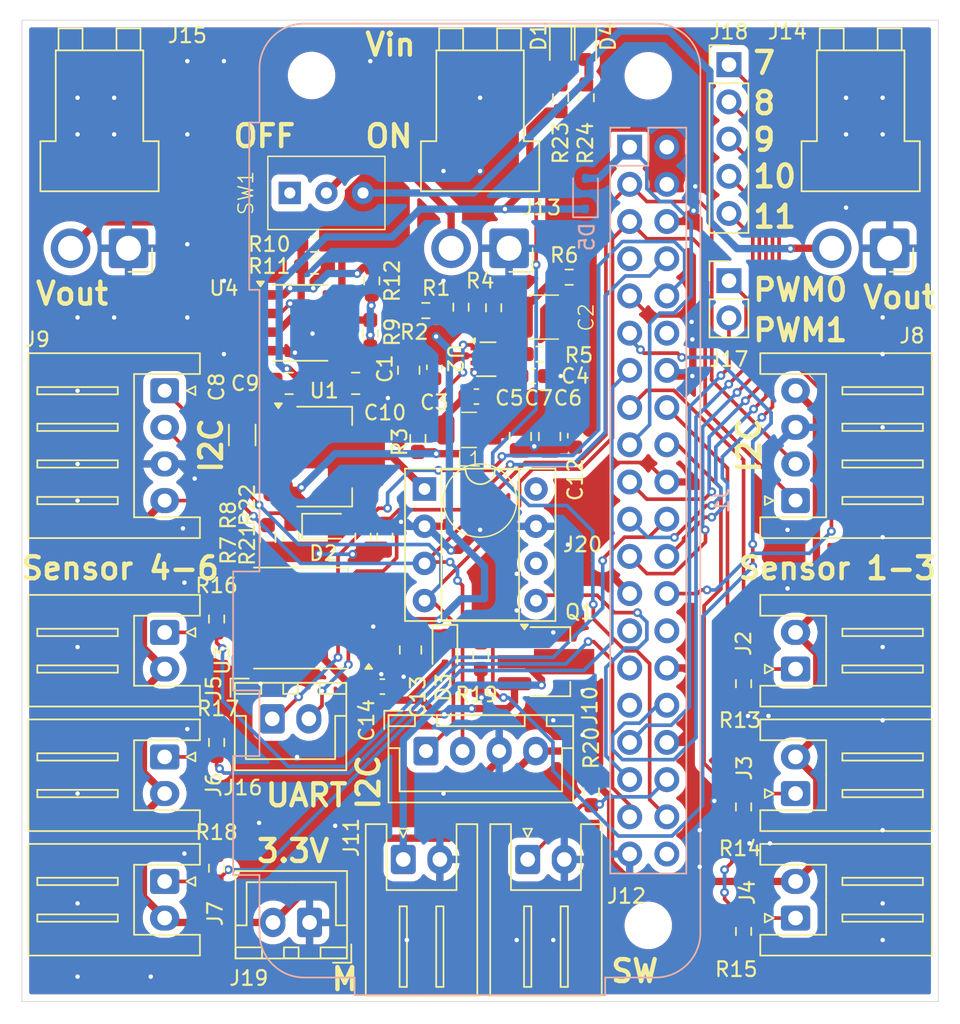
<source format=kicad_pcb>
(kicad_pcb (version 20240108) (generator "pcbnew") (generator_version "8.0")
  (layers (0 "F.Cu" signal) (31 "B.Cu" signal) (34 "B.Paste" user) (35 "F.Paste" user) (36 "B.SilkS" user "B.Silkscreen") (37 "F.SilkS" user "F.Silkscreen") (38 "B.Mask" user) (39 "F.Mask" user) (44 "Edge.Cuts" user))
  (net 0 "")
  (net 1 "+5V")
  (net 2 "Net-(U2-SW)")
  (net 3 "GND")
  (net 4 "Net-(C2-Pad1)")
  (net 5 "/SCL")
  (net 6 "+3.3V")
  (net 7 "/SDA")
  (net 8 "/supply detection")
  (net 9 "Net-(C10-Pad2)")
  (net 10 "VDD")
  (net 11 "Net-(R10-Pad1)")
  (net 12 "Net-(R11-Pad2)")
  (net 13 "/Press1")
  (net 14 "/Press2")
  (net 15 "/Press3")
  (net 16 "Net-(U2-FB)")
  (net 17 "Net-(U2-PG)")
  (net 18 "Net-(U2-EN)")
  (net 19 "/Press4")
  (net 20 "/Press5")
  (net 21 "/Press6")
  (net 22 "/motor_control")
  (net 23 "/limit_switch")
  (net 24 "/RX")
  (net 25 "/TX")
  (net 26 "Net-(D1-A)")
  (net 27 "Net-(J1-GPIO20{slash}MOSI1)")
  (net 28 "Net-(D4-A)")
  (net 29 "Net-(D3-A)")
  (net 30 "Net-(J11-Pin_1)")
  (net 31 "Net-(U2-BST)")
  (net 32 "Net-(U2-SS)")
  (net 33 "/BNO055_reset")
  (net 36 "/7")
  (net 38 "/9")
  (net 42 "/10")
  (net 43 "/13")
  (net 44 "/12")
  (net 45 "/8")
  (net 46 "/11")
  (net 51 "Net-(J13-Pin_2)")
  (net 52 "Net-(D5-A)")
  (footprint "Resistor_SMD:R_0603_1608Metric_Pad0.98x0.95mm_HandSolder" (layer "F.Cu") (at 142.5 88.5875 -90)
    (property "Reference" "R9")
    (property "Value" "10k")
  )
  (footprint "Resistor_SMD:R_0603_1608Metric_Pad0.98x0.95mm_HandSolder" (layer "F.Cu") (at 150.05 110.5875 -90)
    (property "Reference" "R19")
    (property "Value" "10k")
  )
  (footprint "Resistor_SMD:R_0603_1608Metric_Pad0.98x0.95mm_HandSolder" (layer "F.Cu") (at 143.5 102.5 90)
    (property "Reference" "R22")
    (property "Value" "10k")
  )
  (footprint "Connector_JST:JST_XH_S2B-XH-A_1x02_P2.50mm_Horizontal" (layer "F.Cu") (at 171.55 111.5 90)
    (property "Reference" "J2")
    (property "Value" "pressur_sensor")
  )
  (footprint "Resistor_SMD:R_0603_1608Metric_Pad0.98x0.95mm_HandSolder" (layer "F.Cu") (at 154.0875 90)
    (property "Reference" "R5")
    (property "Value" "10k")
  )
  (footprint "Resistor_SMD:R_0603_1608Metric_Pad0.98x0.95mm_HandSolder" (layer "F.Cu") (at 156.0875 84.75)
    (property "Reference" "R6")
    (property "Value" "90.9k")
  )
  (footprint "mylibrary:Capacitor_SMD_2.7x2.7" (layer "F.Cu") (at 154.35 87.475)
    (property "Reference" "C2")
    (property "Value" "300p/200V/1111")
  )
  (footprint "Capacitor_SMD:C_1206_3216Metric" (layer "F.Cu") (at 133.75 95.525 90)
    (property "Reference" "C8")
    (property "Value" "10u/50V/3216")
  )
  (footprint "Connector_JST:JST_XH_B4B-XH-A_1x04_P2.50mm_Vertical" (layer "F.Cu") (at 146.3 117.1)
    (property "Reference" "J10")
    (property "Value" "I2C signal wire")
  )
  (footprint "Connector_JST:JST_XH_S2B-XH-A_1x02_P2.50mm_Horizontal" (layer "F.Cu") (at 171.55 120 90)
    (property "Reference" "J3")
    (property "Value" "pressur_sensor")
  )
  (footprint "mylibrary:L_NLV32-PF_SMD_3.2x2.5_handsolder" (layer "F.Cu") (at 149.25 95.175)
    (property "Reference" "L1")
    (property "Value" "6.8u")
  )
  (footprint "Connector_JST:JST_VH_B2PS-VH_1x02_P3.96mm_Horizontal" (layer "F.Cu") (at 125.98 82.775 180)
    (property "Reference" "J15")
    (property "Value" "Vout")
  )
  (footprint "Capacitor_SMD:C_0805_2012Metric" (layer "F.Cu") (at 152.75 95.625 -90)
    (property "Reference" "C7")
    (property "Value" "22u/25V/2012")
  )
  (footprint "Connector_PinHeader_2.54mm:PinHeader_1x05_P2.54mm_Vertical" (layer "F.Cu") (at 167 70.24)
    (property "Reference" "J18")
    (property "Value" "GPIO(7~11)")
  )
  (footprint "Package_TO_SOT_SMD:TO-252-2" (layer "F.Cu") (at 137.66 108.02 180)
    (property "Reference" "U3")
    (property "Value" "NJM78055DL1")
  )
  (footprint "Resistor_SMD:R_0603_1608Metric_Pad0.98x0.95mm_HandSolder" (layer "F.Cu") (at 157.25 72.5 90)
    (property "Reference" "R24")
    (property "Value" "510")
  )
  (footprint "Resistor_SMD:R_0603_1608Metric_Pad0.98x0.95mm_HandSolder" (layer "F.Cu") (at 150.925 86.8375 90)
    (property "Reference" "R4")
    (property "Value" "10k")
  )
  (footprint "Resistor_SMD:R_0603_1608Metric_Pad0.98x0.95mm_HandSolder" (layer "F.Cu") (at 146.2925 87.03 180)
    (property "Reference" "R2")
    (property "Value" "49.9k")
  )
  (footprint "Resistor_SMD:R_0603_1608Metric_Pad0.98x0.95mm_HandSolder" (layer "F.Cu") (at 132 108.0875 -90)
    (property "Reference" "R16")
    (property "Value" "10k")
  )
  (footprint "Resistor_SMD:R_0603_1608Metric_Pad0.98x0.95mm_HandSolder" (layer "F.Cu") (at 132 125.1 -90)
    (property "Reference" "R18")
    (property "Value" "10k")
  )
  (footprint "Connector_JST:JST_XH_S2B-XH-A_1x02_P2.50mm_Horizontal" (layer "F.Cu") (at 171.55 128.5 90)
    (property "Reference" "J4")
    (property "Value" "pressur_sensor")
  )
  (footprint "Connector_JST:JST_XH_S2B-XH-A_1x02_P2.50mm_Horizontal" (layer "F.Cu") (at 128.45 117.5 -90)
    (property "Reference" "J6")
    (property "Value" "pressur_sensor")
  )
  (footprint "Capacitor_SMD:C_0805_2012Metric" (layer "F.Cu") (at 145.125 91.1 -90)
    (property "Reference" "C1")
    (property "Value" "22u/25V/2012")
  )
  (footprint "Package_DIP:DIP-8_W7.62mm_Socket" (layer "F.Cu") (at 146.2 99.21)
    (property "Reference" "J20")
    (property "Value" "AE_BNO055_BO")
  )
  (footprint "Connector_JST:JST_XH_S4B-XH-A_1x04_P2.50mm_Horizontal" (layer "F.Cu") (at 171.55 100 90)
    (property "Reference" "J8")
    (property "Value" "I2C_signal_wire")
  )
  (footprint "Connector_JST:JST_VH_B2PS-VH_1x02_P3.96mm_Horizontal" (layer "F.Cu") (at 177.98 82.775 180)
    (property "Reference" "J14")
    (property "Value" "Vout")
  )
  (footprint "Resistor_SMD:R_0603_1608Metric_Pad0.98x0.95mm_HandSolder" (layer "F.Cu") (at 135.5 102.5875 90)
    (property "Reference" "R8")
    (property "Value" "10k")
  )
  (footprint "mylibrary:Toggle_Switch_2MS1-T1-B4-M2-Q-E" (layer "F.Cu") (at 139.5 79 90)
    (property "Reference" "SW1")
    (property "Value" "power_switch")
  )
  (footprint "Resistor_SMD:R_0603_1608Metric_Pad0.98x0.95mm_HandSolder" (layer "F.Cu") (at 168 120.9125 90)
    (property "Reference" "R14")
    (property "Value" "10k")
  )
  (footprint "Resistor_SMD:R_0603_1608Metric_Pad0.98x0.95mm_HandSolder" (layer "F.Cu") (at 138.6875 84)
    (property "Reference" "R11")
    (property "Value" "10k")
  )
  (footprint "Connector_JST:JST_XH_B2B-XH-A_1x02_P2.50mm_Vertical" (layer "F.Cu") (at 135.8 114.9)
    (property "Reference" "J16")
    (property "Value" "UART")
  )
  (footprint "Capacitor_SMD:C_0805_2012Metric" (layer "F.Cu") (at 141.5 92)
    (property "Reference" "C10")
    (property "Value" "1u/50V/2012")
  )
  (footprint "Resistor_SMD:R_0603_1608Metric_Pad0.98x0.95mm_HandSolder" (layer "F.Cu") (at 168 129.4125 90)
    (property "Reference" "R15")
    (property "Value" "10k")
  )
  (footprint "Connector_JST:JST_XH_B2B-XH-A_1x02_P2.50mm_Vertical" (layer "F.Cu") (at 138.35 128.8 180)
    (property "Reference" "J19")
    (property "Value" "+3.3Vout")
  )
  (footprint "Package_SO:SOP-8_3.76x4.96mm_P1.27mm" (layer "F.Cu") (at 137.695 87.865)
    (property "Reference" "U4")
    (property "Value" "LM2904GD")
  )
  (footprint "Connector_JST:JST_XH_S2B-XH-A_1x02_P2.50mm_Horizontal" (layer "F.Cu") (at 128.45 126 -90)
    (property "Reference" "J7")
    (property "Value" "pressur_sensor")
  )
  (footprint "Resistor_SMD:R_0603_1608Metric_Pad0.98x0.95mm_HandSolder" (layer "F.Cu") (at 155.5 72.5 90)
    (property "Reference" "R23")
    (property "Value" "510")
  )
  (footprint "Connector_JST:JST_XH_S2B-XH-A_1x02_P2.50mm_Horizontal" (layer "F.Cu") (at 144.75 124.5)
    (property "Reference" "J11")
    (property "Value" "motor_control")
  )
  (footprint "LED_SMD:LED_0603_1608Metric" (layer "F.Cu") (at 155.5 69.125 -90)
    (property "Reference" "D1")
    (property "Value" "GREEN")
  )
  (footprint "Connector_JST:JST_XH_S2B-XH-A_1x02_P2.50mm_Horizontal" (layer "F.Cu") (at 153.25 124.5)
    (property "Reference" "J12")
    (property "Value" "limit_switch")
  )
  (footprint "Capacitor_SMD:C_0603_1608Metric" (layer "F.Cu") (at 143.325 112.7)
    (property "Reference" "C14")
    (property "Value" "0.1u/25V/1608")
  )
  (footprint "Diode_SMD:D_SOD-323" (layer "F.Cu") (at 139.45 101.75)
    (property "Reference" "D2")
    (property "Value" "CUHS20S60/2A/60V")
  )
  (footprint "Capacitor_SMD:C_0805_2012Metric" (layer "F.Cu") (at 154.75 95.625 -90)
    (property "Reference" "C6")
    (property "Value" "22u/25V/2012")
  )
  (footprint "Resistor_SMD:R_0603_1608Metric_Pad0.98x0.95mm_HandSolder" (layer "F.Cu") (at 168 112.5 90)
    (property "Reference" "R13")
    (property "Value" "10k")
  )
  (footprint "Capacitor_SMD:C_0603_1608Metric" (layer "F.Cu") (at 156.5 95.575 -90)
    (property "Reference" "C12")
    (property "Value" "0.1u/25V/1608")
  )
  (footprint "Connector_PinHeader_2.54mm:PinHeader_1x02_P2.54mm_Vertical" (layer "F.Cu") (at 167 84.99)
    (property "Reference" "J17")
    (property "Value" "PWM")
  )
  (footprint "Capacitor_SMD:C_0603_1608Metric" (layer "F.Cu") (at 153.625 91.5)
    (property "Reference" "C4")
    (property "Value" "22n/50V/1608")
  )
  (footprint "Package_TO_SOT_SMD:SOT-223-3_TabPin2" (layer "F.Cu") (at 139.35 97)
    (property "Reference" "U1")
    (property "Value" "AZ1117-3.3")
  )
  (footprint "Diode_SMD:D_SOD-323" (layer "F.Cu") (at 147.6 110.1 -90)
    (property "Reference" "D3")
    (property "Value" "CUHS20S60/2A/60V")
  )
  (footprint "Resistor_SMD:R_0603_1608Metric_Pad0.98x0.95mm_HandSolder" (layer "F.Cu") (at 137.1 102.5 90)
    (property "Reference" "R7")
    (property "Value" "10k")
  )
  (footprint "Resistor_SMD:R_0603_1608Metric_Pad0.98x0.95mm_HandSolder" (layer "F.Cu") (at 145.75 95.7625 90)
    (property "Reference" "R3")
    (property "Value" "10k")
  )
  (footprint "Resistor_SMD:R_0603_1608Metric_Pad0.98x0.95mm_HandSolder" (layer "F.Cu") (at 132 116.5125 -90)
    (property "Reference" "R17")
    (property "Value" "10k")
  )
  (footprint "Resistor_SMD:R_0603_1608Metric_Pad0.98x0.95mm_HandSolder" (layer "F.Cu") (at 142.6 85 -90)
    (property "Reference" "R12")
    (property "Value" "40k")
  )
  (footprint "Package_TO_SOT_SMD:SOT-89-3_Handsoldering" (layer "F.Cu") (at 154.8 111)
    (property "Reference" "Q1")
    (property "Value" "2SC4703")
  )
  (footprint "Connector_JST:JST_VH_B2PS-VH_1x02_P3.96mm_Horizontal" (layer "F.Cu") (at 151.98 82.775 180)
    (property "Reference" "J13")
    (property "Value" "Vin")
  )
  (footprint "Capacitor_SMD:C_0805_2012Metric" (layer "F.Cu") (at 145.25 110.2 -90)
    (property "Reference" "C13")
    (property "Value" "1u/50V/2012")
  )
  (footprint "Capacitor_SMD:C_0805_2012Metric" (layer "F.Cu") (at 136.95 92 180)
    (property "Reference" "C9")
    (property "Value" "22u/25V/2012")
  )
  (footprint "Resistor_SMD:R_0603_1608Metric_Pad0.98x0.95mm_HandSolder" (layer "F.Cu") (at 148.695 86.8 90)
    (property "Reference" "R1")
    (property "Value" "191k")
  )
  (footprint "Capacitor_SMD:C_0603_1608Metric" (layer "F.Cu") (at 149.75 92.9)
    (property "Reference" "C5")
    (property "Value" "0.1u/25V/1608")
  )
  (footprint "Connector_JST:JST_XH_S4B-XH-A_1x04_P2.50mm_Horizontal" (layer "F.Cu") (at 128.45 92.5 -90)
    (property "Reference" "J9")
    (property "Value" "I2C signal wire")
  )
  (footprint "LED_SMD:LED_0603_1608Metric" (layer "F.Cu") (at 157.2 69.1 -90)
    (property "Reference" "D4")
    (property "Value" "RED")
  )
  (footprint "Resistor_SMD:R_0603_1608Metric_Pad0.98x0.95mm_HandSolder" (layer "F.Cu") (at 138.6875 82.5)
    (property "Reference" "R10")
    (property "Value" "10k")
  )
  (footprint "Connector_JST:JST_XH_S2B-XH-A_1x02_P2.50mm_Horizontal" (layer "F.Cu") (at 128.45 109 -90)
    (property "Reference" "J5")
    (property "Value" "pressur_sensor")
  )
  (footprint "Resistor_SMD:R_0603_1608Metric_Pad0.98x0.95mm_HandSolder" (layer "F.Cu") (at 157.6 119.8875 90)
    (property "Reference" "R20")
    (property "Value" "5k")
  )
  (footprint "Package_TO_SOT_SMD:SOT-583-8" (layer "F.Cu") (at 150.415 90.35)
    (property "Reference" "U2")
    (property "Value" "MP2338")
  )
  (footprint "Capacitor_SMD:C_0603_1608Metric" (layer "F.Cu") (at 146.875 90.9 -90)
    (property "Reference" "C3")
    (property "Value" "0.1u/25V/1608")
  )
  (footprint "Resistor_SMD:R_0603_1608Metric_Pad0.98x0.95mm_HandSolder" (layer "F.Cu") (at 142 102.5 90)
    (property "Reference" "R21")
    (property "Value" "10k")
  )
  (footprint "Module:Raspberry_Pi_Zero_Socketed_THT_FaceDown_MountingHoles_with_3d_model" (layer "B.Cu") (at 160.2175 75.87 180)
    (property "Reference" "J1")
    (property "Value" "Raspberry_Pi_2_3")
  )
  (footprint "Diode_SMD:D_SOD-323" (layer "B.Cu") (at 157.2 79.05 90)
    (property "Reference" "D5")
    (property "Value" "CUHS20S60/2A/60V")
  )
  (gr_circle (center 150 100) (end 152.5 100) (stroke (width 0.1)) (fill none) (layer "F.SilkS"))
  (gr_rect (start 118.7 67.2) (end 181.3 134.2) (stroke (width 0.05)) (fill none) (layer "Edge.Cuts"))
  (gr_text "11" (at 168.5 81.5 0) (layer "F.SilkS") (effects (font (size 1.5 1.5) (thickness 0.3) (bold yes)) (justify left bottom)))
  (gr_text "SW" (at 158.8 133 0) (layer "F.SilkS") (effects (font (size 1.5 1.5) (thickness 0.3) (bold yes)) (justify left bottom)))
  (gr_text "7" (at 168.5 71 0) (layer "F.SilkS") (effects (font (size 1.5 1.5) (thickness 0.3) (bold yes)) (justify left bottom)))
  (gr_text "I2C" (at 132.5 98.25 90) (layer "F.SilkS") (effects (font (size 1.5 1.5) (thickness 0.3) (bold yes)) (justify left bottom)))
  (gr_text "Sensor 4-6" (at 118.5 105.5 0) (layer "F.SilkS") (effects (font (size 1.5 1.5) (thickness 0.3) (bold yes)) (justify left bottom)))
  (gr_text "PWM0" (at 168.5 86.5 0) (layer "F.SilkS") (effects (font (size 1.5 1.5) (thickness 0.3) (bold yes)) (justify left bottom)))
  (gr_text "Sensor 1-3" (at 167.5 105.5 0) (layer "F.SilkS") (effects (font (size 1.5 1.5) (thickness 0.3) (bold yes)) (justify left bottom)))
  (gr_text "Vout" (at 176 87 0) (layer "F.SilkS") (effects (font (size 1.5 1.5) (thickness 0.3) (bold yes)) (justify left bottom)))
  (gr_text "UART" (at 135.2 121 0) (layer "F.SilkS") (effects (font (size 1.5 1.5) (thickness 0.3) (bold yes)) (justify left bottom)))
  (gr_text "PWM1" (at 168.5 89.25 0) (layer "F.SilkS") (effects (font (size 1.5 1.5) (thickness 0.3) (bold yes)) (justify left bottom)))
  (gr_text "I2C" (at 169.25 98.25 90) (layer "F.SilkS") (effects (font (size 1.5 1.5) (thickness 0.3) (bold yes)) (justify left bottom)))
  (gr_text "Vin" (at 142 69.75 0) (layer "F.SilkS") (effects (font (size 1.5 1.5) (thickness 0.3) (bold yes)) (justify left bottom)))
  (gr_text "ON" (at 142 76 0) (layer "F.SilkS") (effects (font (size 1.5 1.5) (thickness 0.3) (bold yes)) (justify left bottom)))
  (gr_text "Vout" (at 119.5 86.75 0) (layer "F.SilkS") (effects (font (size 1.5 1.5) (thickness 0.3) (bold yes)) (justify left bottom)))
  (gr_text "8" (at 168.5 73.75 0) (layer "F.SilkS") (effects (font (size 1.5 1.5) (thickness 0.3) (bold yes)) (justify left bottom)))
  (gr_text "10" (at 168.5 78.75 0) (layer "F.SilkS") (effects (font (size 1.5 1.5) (thickness 0.3) (bold yes)) (justify left bottom)))
  (gr_text "3.3V\n" (at 134.6 124.8 0) (layer "F.SilkS") (effects (font (size 1.5 1.5) (thickness 0.3) (bold yes)) (justify left bottom)))
  (gr_text "9" (at 168.5 76.25 0) (layer "F.SilkS") (effects (font (size 1.5 1.5) (thickness 0.3) (bold yes)) (justify left bottom)))
  (gr_text "OFF" (at 133 76 0) (layer "F.SilkS") (effects (font (size 1.5 1.5) (thickness 0.3) (bold yes)) (justify left bottom)))
  (gr_text "I2C" (at 143.25 121.25 90) (layer "F.SilkS") (effects (font (size 1.5 1.5) (thickness 0.3) (bold yes)) (justify left bottom)))
  (gr_text "M" (at 139.7 133.55 0) (layer "F.SilkS") (effects (font (size 1.5 1.5) (thickness 0.3) (bold yes)) (justify left bottom)))
  (segment (start 136.05 99.3) (end 133.75 97) (width 0.5) (layer "F.Cu") (net 1))
  (segment (start 149.225 96.8) (end 150.85 95.175) (width 0.5) (layer "F.Cu") (net 1))
  (segment (start 156 77.4875) (end 156 78.6) (width 0.5) (layer "F.Cu") (net 1))
  (segment (start 138.4 101.75) (end 138.4 100.5) (width 0.5) (layer "F.Cu") (net 1))
  (segment (start 147 96.8) (end 149.225 96.8) (width 0.5) (layer "F.Cu") (net 1))
  (segment (start 161.4575 74.57) (end 158.9175 74.57) (width 0.5) (layer "F.Cu") (net 1))
  (segment (start 137.6 99.3) (end 137.8 99.1) (width 0.5) (layer "F.Cu") (net 1))
  (segment (start 146.875 96.675) (end 147 96.8) (width 0.5) (layer "F.Cu") (net 1))
  (segment (start 162.7575 75.87) (end 161.4575 74.57) (width 0.5) (layer "F.Cu") (net 1))
  (segment (start 152.75 94.675) (end 151.35 94.675) (width 0.5) (layer "F.Cu") (net 1))
  (segment (start 137.2 99.3) (end 136.2 99.3) (width 0.5) (layer "F.Cu") (net 1))
  (segment (start 136.2 99.3) (end 136.05 99.3) (width 0.5) (layer "F.Cu") (net 1))
  (segment (start 138.4 100.5) (end 137.2 99.3) (width 0.5) (layer "F.Cu") (net 1))
  (segment (start 145.75 96.675) (end 146.875 96.675) (width 0.5) (layer "F.Cu") (net 1))
  (segment (start 158.9175 74.57) (end 156 77.4875) (width 0.5) (layer "F.Cu") (net 1))
  (segment (start 151.35 94.675) (end 150.85 95.175) (width 0.5) (layer "F.Cu") (net 1))
  (segment (start 162.7575 78.41) (end 162.7575 75.87) (width 0.5) (layer "F.Cu") (net 1))
  (segment (start 136.2 99.3) (end 137.6 99.3) (width 0.5) (layer "F.Cu") (net 1))
  (via (at 137.8 99.1) (size 0.6) (drill 0.3) (layers "F.Cu" "B.Cu") (net 1))
  (via (at 147 96.8) (size 0.6) (drill 0.3) (layers "F.Cu" "B.Cu") (net 1))
  (segment (start 140.1 96.8) (end 147 96.8) (width 0.5) (layer "B.Cu") (net 1))
  (segment (start 137.8 99.1) (end 140.1 96.8) (width 0.5) (layer "B.Cu") (net 1))
  (segment (start 150.425 91.956508) (end 150.425 91.463492) (width 0.5) (layer "F.Cu") (net 2))
  (segment (start 149.918492 91.956508) (end 150.425 91.956508) (width 0.5) (layer "F.Cu") (net 2))
  (segment (start 150.091716 90.6) (end 150.425 90.933284) (width 0.25) (layer "F.Cu") (net 2))
  (segment (start 147.65 95.175) (end 147.65 94.225) (width 0.5) (layer "F.Cu") (net 2))
  (segment (start 147.65 94.225) (end 148.975 92.9) (width 0.5) (layer "F.Cu") (net 2))
  (segment (start 150.425 90.933284) (end 150.425 91.463492) (width 0.25) (layer "F.Cu") (net 2))
  (segment (start 148.975 92.9) (end 149.918492 91.956508) (width 0.5) (layer "F.Cu") (net 2))
  (segment (start 149.675 90.6) (end 150.091716 90.6) (width 0.25) (layer "F.Cu") (net 2))
  (segment (start 140.2325 88.5) (end 138.65 88.5) (width 0.5) (layer "F.Cu") (net 3))
  (segment (start 129.5 97.5) (end 130.5 98.5) (width 0.5) (layer "F.Cu") (net 3))
  (segment (start 146.875 91.675) (end 145.025 91.675) (width 0.5) (layer "F.Cu") (net 3))
  (segment (start 148.60183 103.39817) (end 150 102) (width 0.5) (layer "F.Cu") (net 3))
  (segment (start 149.675 91.21622) (end 149.624832 91.266388) (width 0.25) (layer "F.Cu") (net 3))
  (segment (start 163.93 111.43) (end 164 111.5) (width 0.5) (layer "F.Cu") (net 3))
  (segment (start 162.7575 98.73) (end 161.4275 97.4) (width 0.25) (layer "F.Cu") (net 3))
  (segment (start 150.05 111.5) (end 150.05 113.4) (width 0.5) (layer "F.Cu") (net 3))
  (segment (start 164.045 87.395) (end 164.45 87.8) (width 0.25) (layer "F.Cu") (net 3))
  (segment (start 142.7 110.3) (end 142.7 111.3) (width 0.5) (layer "F.Cu") (net 3))
  (segment (start 145.025 91.675) (end 143.7 93) (width 0.5) (layer "F.Cu") (net 3))
  (segment (start 155 91) (end 155.5 91.5) (width 0.5) (layer "F.Cu") (net 3))
  (segment (start 145.25 111.55) (end 144.1 112.7) (width 0.5) (layer "F.Cu") (net 3))
  (segment (start 146.875 91.675) (end 145.5 91.675) (width 0.5) (layer "F.Cu") (net 3))
  (segment (start 136.2 92.2) (end 136 92) (width 0.5) (layer "F.Cu") (net 3))
  (segment (start 145.5 91.675) (end 145.125 92.05) (width 0.5) (layer "F.Cu") (net 3))
  (segment (start 145.38 86.62) (end 146 86) (width 0.5) (layer "F.Cu") (net 3))
  (segment (start 161.4275 97.4) (end 158.8 97.4) (width 0.25) (layer "F.Cu") (net 3))
  (segment (start 163.843058 80.95) (end 164.583058 80.21) (width 0.5) (layer "F.Cu") (net 3))
  (segment (start 128.45 97.5) (end 129.5 97.5) (width 0.5) (layer "F.Cu") (net 3))
  (segment (start 135.1575 89.77) (end 135.1575 89.7425) (width 0.25) (layer "F.Cu") (net 3))
  (segment (start 136.347368 87.23) (end 137.025 86.552368) (width 0.25) (layer "F.Cu") (net 3))
  (segment (start 163.49 116.51) (end 164 116) (width 0.5) (layer "F.Cu") (net 3))
  (segment (start 164.5 89) (end 164.5 89.5) (width 0.5) (layer "F.Cu") (net 3))
  (segment (start 155 90) (end 155 91) (width 0.5) (layer "F.Cu") (net 3))
  (segment (start 164.5 91.5) (end 163.1475 91.5) (width 0.5) (layer "F.Cu") (net 3))
  (segment (start 164.5 89.5) (end 164.531347 89.531347) (width 0.5) (layer "F.Cu") (net 3))
  (segment (start 162.7575 111.43) (end 163.93 111.43) (width 0.5) (layer "F.Cu") (net 3))
  (segment (start 156.5 96.35) (end 154.975 96.35) (width 0.5) (layer "F.Cu") (net 3))
  (segment (start 135.1575 89.7425) (end 135.2 89.7) (width 0.25) (layer "F.Cu") (net 3))
  (segment (start 137.15 89.7) (end 137.35 89.9) (width 0.25) (layer "F.Cu") (net 3))
  (segment (start 135.2 89.7) (end 137.15 89.7) (width 0.25) (layer "F.Cu") (net 3))
  (segment (start 144.9 101.75) (end 144.6 101.45) (width 0.5) (layer "F.Cu") (net 3))
  (segment (start 142.7 110.3) (end 142.7 108.6) (width 0.5) (layer "F.Cu") (net 3))
  (segment (start 142.7 110.3) (end 144.4 110.3) (width 0.5) (layer "F.Cu") (net 3))
  (segment (start 159.1675 105.3) (end 157.3 105.3) (width 0.5) (layer "F.Cu") (net 3))
  (segment (start 162.7575 116.51) (end 163.49 116.51) (width 0.5) (layer "F.Cu") (net 3))
  (segment (start 144.4 110.3) (end 145.25 111.15) (width 0.5) (layer "F.Cu") (net 3))
  (segment (start 148.007314 103.39817) (end 148.60183 103.39817) (width 0.5) (layer "F.Cu") (net 3))
  (segment (start 158.8 97.4) (end 158.2 98) (width 0.25) (layer "F.Cu") (net 3))
  (segment (start 154.975 96.35) (end 154.75 96.575) (width 0.5) (layer "F.Cu") (net 3))
  (segment (start 136.2 94.7) (end 134.4 94.7) (width 0.5) (layer "F.Cu") (net 3))
  (segment (start 136.2 94.7) (end 136.2 92.2) (width 0.5) (layer "F.Cu") (net 3))
  (segment (start 162.7575 80.95) (end 163.843058 80.95) (width 0.5) (layer "F.Cu") (net 3))
  (segment (start 145.38 87.03) (end 145.38 86.62) (width 0.5) (layer "F.Cu") (net 3))
  (segment (start 153.421429 96.575) (end 153.7 96.296429) (width 0.5) (layer "F.Cu") (net 3))
  (segment (start 142.7 111.3) (end 144.1 112.7) (width 0.5) (layer "F.Cu") (net 3))
  (segment (start 154.75 96.575) (end 152.75 96.575) (width 0.5) (layer "F.Cu") (net 3))
  (segment (start 135.1575 87.23) (end 136.347368 87.23) (width 0.25) (layer "F.Cu") (net 3))
  (segment (start 152.75 96.575) (end 153.421429 96.575) (width 0.5) (layer "F.Cu") (net 3))
  (segment (start 160.2175 86.03) (end 161.5825 87.395) (width 0.25) (layer "F.Cu") (net 3))
  (segment (start 150.05 113.4) (end 150.1 113.45) (width 0.5) (layer "F.Cu") (net 3))
  (segment (start 154.4 91.5) (end 155.5 91.5) (width 0.5) (layer "F.Cu") (net 3))
  (segment (start 146.2 101.75) (end 144.9 101.75) (width 0.5) (layer "F.Cu") (net 3))
  (segment (start 164.531347 89.531347) (end 164.531347 91.468653) (width 0.5) (layer "F.Cu") (net 3))
  (segment (start 134.4 94.7) (end 133.75 94.05) (width 0.5) (layer "F.Cu") (net 3))
  (segment (start 149.675 91.1) (end 149.675 91.21622) (width 0.25) (layer "F.Cu") (net 3))
  (segment (start 161.5825 87.395) (end 164.045 87.395) (width 0.25) (layer "F.Cu") (net 3))
  (segment (start 164.531347 91.468653) (end 164.5 91.5) (width 0.5) (layer "F.Cu") (net 3))
  (segment (start 145.25 111.15) (end 145.25 111.55) (width 0.5) (layer "F.Cu") (net 3))
  (segment (start 138.65 88.5) (end 138.55 88.6) (width 0.5) (layer "F.Cu") (net 3))
  (segment (start 150.75 118.25) (end 150.2 118.8) (width 0.5) (layer "F.Cu") (net 3))
  (segment (start 151.3 117.1) (end 151.3 117.7) (width 0.5) (layer "F.Cu") (net 3))
  (segment (start 151.3 117.7) (end 150.75 118.25) (width 0.5) (layer "F.Cu") (net 3))
  (segment (start 160.2175 106.35) (end 159.1675 105.3) (width 0.5) (layer "F.Cu") (net 3))
  (segment (start 135.9 95) (end 136.2 94.7) (width 0.5) (layer "F.Cu") (net 3))
  (segment (start 163.1475 91.5) (end 162.7575 91.11) (width 0.5) (layer "F.Cu") (net 3))
  (via (at 134.9 122) (size 0.6) (drill 0.3) (layers "F.Cu" "B.Cu") (net 3))
  (via (at 129.7 101.9) (size 0.6) (drill 0.3) (layers "F.Cu" "B.Cu") (net 3))
  (via (at 130 87.5) (size 0.6) (drill 0.3) (layers "F.Cu" "B.Cu") (net 3))
  (via (at 175 75) (size 0.6) (drill 0.3) (layers "F.Cu" "B.Cu") (net 3))
  (via (at 153.7 96.296429) (size 0.6) (drill 0.3) (layers "F.Cu" "B.Cu") (net 3))
  (via (at 137.025 86.552368) (size 0.6) (drill 0.3) (layers "F.Cu" "B.Cu") (net 3))
  (via (at 177.5 115) (size 0.6) (drill 0.3) (layers "F.Cu" "B.Cu") (net 3))
  (via (at 144.6 101.45) (size 0.6) (drill 0.3) (layers "F.Cu" "B.Cu") (net 3))
  (via (at 155.5 91.5) (size 0.6) (drill 0.3) (layers "F.Cu" "B.Cu") (net 3))
  (via (at 127.5 132.5) (size 0.6) (drill 0.3) (layers "F.Cu" "B.Cu") (net 3))
  (via (at 152.5 130) (size 0.6) (drill 0.3) (layers "F.Cu" "B.Cu") (net 3))
  (via (at 177.5 127.5) (size 0.6) (drill 0.3) (layers "F.Cu" "B.Cu") (net 3))
  (via (at 169.7 114.7) (size 0.6) (drill 0.3) (layers "F.Cu" "B.Cu") (net 3))
  (via (at 137.5 117.5) (size 0.6) (drill 0.3) (layers "F.Cu" "B.Cu") (net 3))
  (via (at 148.007314 103.39817) (size 0.6) (drill 0.3) (layers "F.Cu" "B.Cu") (net 3))
  (via (at 168.3 114.7) (size 0.6) (drill 0.3) (layers "F.Cu" "B.Cu") (net 3))
  (via (at 177.5 75) (size 0.6) (drill 0.3) (layers "F.Cu" "B.Cu") (net 3))
  (via (at 130 75) (size 0.6) (drill 0.3) (layers "F.Cu" "B.Cu") (net 3))
  (via (at 171 106) (size 0.6) (drill 0.3) (layers "F.Cu" "B.Cu") (net 3))
  (via (at 164.45 87.8) (size 0.6) (drill 0.3) (layers "F.Cu" "B.Cu") (net 3))
  (via (at 147.5 85) (size 0.6) (drill 0.3) (layers "F.Cu" "B.Cu") (net 3))
  (via (at 142.5 70) (size 0.6) (drill 0.3) (layers "F.Cu" "B.Cu") (net 3))
  (via (at 143.25 111.85) (size 0.6) (drill 0.3) (layers "F.Cu" "B.Cu") (net 3))
  (via (at 122.5 75) (size 0.6) (drill 0.3) (layers "F.Cu" "B.Cu") (net 3))
  (via (at 150 72.5) (size 0.6) (drill 0.3) (layers "F.Cu" "B.Cu") (net 3))
  (via (at 164.5 89) (size 0.6) (drill 0.3) (layers "F.Cu" "B.Cu") (net 3))
  (via (at 150 77.5) (size 0.6) (drill 0.3) (layers "F.Cu" "B.Cu") (net 3))
  (via (at 157 113) (size 0.6) (drill 0.3) (layers "F.Cu" "B.Cu") (net 3))
  (via (at 177.5 130) (size 0.6) (drill 0.3) (layers "F.Cu" "B.Cu") (net 3))
  (via (at 155 115) (size 0.6) (drill 0.3) (layers "F.Cu" "B.Cu") (net 3))
  (via (at 132.5 85) (size 0.6) (drill 0.3) (layers "F.Cu" "B.Cu") (net 3))
  (via (at 122.5 100) (size 0.6) (drill 0.3) (layers "F.Cu" "B.Cu") (net 3))
  (via (at 177.5 72.5) (size 0.6) (drill 0.3) (layers "F.Cu" "B.Cu") (net 3))
  (via (at 157 116) (size 0.6) (drill 0.3) (layers "F.Cu" "B.Cu") (net 3))
  (via (at 177.5 122.5) (size 0.6) (drill 0.3) (layers "F.Cu" "B.Cu") (net 3))
  (via (at 150 102) (size 0.6) (drill 0.3) (layers "F.Cu" "B.Cu") (net 3))
  (via (at 165 122.5) (size 0.6) (drill 0.3) (layers "F.Cu" "B.Cu") (net 3))
  (via (at 135 112.5) (size 0.6) (drill 0.3) (layers "F.Cu" "B.Cu") (net 3))
  (via (at 122.5 92.5) (size 0.6) (drill 0.3) (layers "F.Cu" "B.Cu") (net 3))
  (via (at 166 120.5) (size 0.6) (drill 0.3) (layers "F.Cu" "B.Cu") (net 3))
  (via (at 122.5 97.5) (size 0.6) (drill 0.3) (layers "F.Cu" "B.Cu") (net 3))
  (via (at 164.7 78.55) (size 0.6) (drill 0.3) (layers "F.Cu" "B.Cu") (net 3))
  (via (at 150.1 113.45) (size 0.6) (drill 0.3) (layers "F.Cu" "B.Cu") (net 3))
  (via (at 138.55 88.6) (size 0.6) (drill 0.3) (layers "F.Cu" "B.Cu") (net 3))
  (via (at 122.5 132.5) (size 0.6) (drill 0.3) (layers "F.Cu" "B.Cu") (net 3))
  (via (at 175 80) (size 0.6) (drill 0.3) (layers "F.Cu" "B.Cu") (net 3))
  (via (at 156 103) (size 0.6) (drill 0.3) (layers "F.Cu" "B.Cu") (net 3))
  (via (at 129.8 124.1) (size 0.6) (drill 0.3) (layers "F.Cu" "B.Cu") (net 3))
  (via (at 137.35 89.9) (size 0.6) (drill 0.3) (layers "F.Cu" "B.Cu") (net 3))
  (via (at 142.7 108.6) (size 0.6) (drill 0.3) (layers "F.Cu" "B.Cu") (net 3))
  (via (at 147.5 120) (size 0.6) (drill 0.3) (layers "F.Cu" "B.Cu") (net 3))
  (via (at 155 109) (size 0.6) (drill 0.3) (layers "F.Cu" "B.Cu") (net 3))
  (via (at 155 130) (size 0.6) (drill 0.3) (layers "F.Cu" "B.Cu") (net 3))
  (via (at 171 102) (size 0.6) (drill 0.3) (layers "F.Cu" "B.Cu") (net 3))
  (via (at 130 70) (size 0.6) (drill 0.3) (layers "F.Cu" "B.Cu") (net 3))
  (via (at 132.5 70) (size 0.6) (drill 0.3) (layers "F.Cu" "B.Cu") (net 3))
  (via (at 152.5 107.5) (size 0.6) (drill 0.3) (layers "F.Cu" "B.Cu") (net 3))
  (via (at 169.8 123.4) (size 0.6) (drill 0.3) (layers "F.Cu" "B.Cu") (net 3))
  (via (at 132.5 90) (size 0.6) (drill 0.3) (layers "F.Cu" "B.Cu") (net 3))
  (via (at 125 87.5) (size 0.6) (drill 0.3) (layers "F.Cu" "B.Cu") (net 3))
  (via (at 168.4 123.4) (size 0.6) (drill 0.3) (layers "F.Cu" "B.Cu") (net 3))
  (via (at 145 130) (size 0.6) (drill 0.3) (layers "F.Cu" "B.Cu") (net 3))
  (via (at 175 72.5) (size 0.6) (drill 0.3) (layers "F.Cu" "B.Cu") (net 3))
  (via (at 122.5 127.5) (size 0.6) (drill 0.3) (layers "F.Cu" "B.Cu") (net 3))
  (via (at 164.583058 80.21) (size 0.6) (drill 0.3) (layers "F.Cu" "B.Cu") (net 3))
  (via (at 122.5 87.5) (size 0.6) (drill 0.3) (layers "F.Cu" "B.Cu") (net 3))
  (via (at 143.7 93) (size 0.6) (drill 0.3) (layers "F.Cu" "B.Cu") (net 3))
  (via (at 125 72.5) (size 0.6) (drill 0.3) (layers "F.Cu" "B.Cu") (net 3))
  (via (at 152.5 105) (size 0.6) (drill 0.3) (layers "F.Cu" "B.Cu") (net 3))
  (via (at 177.5 95) (size 0.6) (drill 0.3) (layers "F.Cu" "B.Cu") (net 3))
  (via (at 147.5 77.5) (size 0.6) (drill 0.3) (layers "F.Cu" "B.Cu") (net 3))
  (via (at 122.5 110) (size 0.6) (drill 0.3) (layers "F.Cu" "B.Cu") (net 3))
  (via (at 122.5 72.5) (size 0.6) (drill 0.3) (layers "F.Cu" "B.Cu") (net 3))
  (via (at 177.5 87.5) (size 0.6) (drill 0.3) (layers "F.Cu" "B.Cu") (net 3))
  (via (at 145 130) (size 0.6) (drill 0.3) (layers "F.Cu" "B.Cu") (net 3))
  (via (at 129.8 105.6) (size 0.6) (drill 0.3) (layers "F.Cu" "B.Cu") (net 3))
  (via (at 140.1 122.2) (size 0.6) (drill 0.3) (layers "F.Cu" "B.Cu") (net 3))
  (via (at 177.5 90) (size 0.6) (drill 0.3) (layers "F.Cu" "B.Cu") (net 3))
  (via (at 125 75) (size 0.6) (drill 0.3) (layers "F.Cu" "B.Cu") (net 3))
  (via (at 130 115.6) (size 0.6) (drill 0.3) (layers "F.Cu" "B.Cu") (net 3))
  (via (at 164.5 91.5) (size 0.6) (drill 0.3) (layers "F.Cu" "B.Cu") (net 3))
  (via (at 122.5 120) (size 0.6) (drill 0.3) (layers "F.Cu" "B.Cu") (net 3))
  (via (at 177.5 102.5) (size 0.6) (drill 0.3) (layers "F.Cu" "B.Cu") (net 3))
  (via (at 149.624832 91.266388) (size 0.6) (drill 0.3) (layers "F.Cu" "B.Cu") (net 3))
  (via (at 165 125) (size 0.6) (drill 0.3) (layers "F.Cu" "B.Cu") (net 3))
  (via (at 144.775 112.025) (size 0.6) (drill 0.3) (layers "F.Cu" "B.Cu") (net 3))
  (via (at 130 82.5) (size 0.6) (drill 0.3) (layers "F.Cu" "B.Cu") (net 3))
  (via (at 130.5 98.5) (size 0.6) (drill 0.3) (layers "F.Cu" "B.Cu") (net 3))
  (via (at 177.5 110) (size 0.6) (drill 0.3) (layers "F.Cu" "B.Cu") (net 3))
  (segment (start 153.703571 96.296429) (end 155 95) (width 0.5) (layer "B.Cu") (net 3))
  (segment (start 146.359144 101.75) (end 148.007314 103.39817) (width 0.5) (layer "B.Cu") (net 3))
  (segment (start 149.624832 91.334052) (end 149.99078 91.7) (width 0.25) (layer "B.Cu") (net 3))
  (segment (start 150.1 113.45) (end 151.3 114.65) (width 0.5) (layer "B.Cu") (net 3))
  (segment (start 129.5 97.5) (end 130.5 98.5) (width 0.5) (layer "B.Cu") (net 3))
  (segment (start 146.2 101.75) (end 146.359144 101.75) (width 0.5) (layer "B.Cu") (net 3))
  (segment (start 128.45 97.5) (end 129.5 97.5) (width 0.5) (layer "B.Cu") (net 3))
  (segment (start 137.027368 86.55) (end 138.1 86.55) (width 0.25) (layer "B.Cu") (net 3))
  (segment (start 153.7 96.296429) (end 153.703571 96.296429) (width 0.5) (layer "B.Cu") (net 3))
  (segment (start 149.99078 91.7) (end 150.6 91.7) (width 0.25) (layer "B.Cu") (net 3))
  (segment (start 171.5 95) (end 170 96.5) (width 0.5) (layer "B.Cu") (net 3))
  (segment (start 164.583058 80.21) (end 164.583058 78.666942) (width 0.5) (layer "B.Cu") (net 3))
  (segment (start 145.25 101.75) (end 145 101.5) (width 0.5) (layer "B.Cu") (net 3))
  (segment (start 149.624832 91.266388) (end 149.624832 91.334052) (width 0.25) (layer "B.Cu") (net 3))
  (segment (start 137.025 86.552368) (end 137.027368 86.55) (width 0.25) (layer "B.Cu") (net 3))
  (segment (start 164.583058 78.666942) (end 164.7 78.55) (width 0.5) (layer "B.Cu") (net 3))
  (segment (start 151.3 114.65) (end 151.3 117.1) (width 0.5) (layer "B.Cu") (net 3))
  (segment (start 153 86.925) (end 155.175 84.75) (width 0.5) (layer "F.Cu") (net 4))
  (segment (start 153 87.475) (end 152.475 87.475) (width 0.5) (layer "F.Cu") (net 4))
  (segment (start 152.475 87.475) (end 150.925 85.925) (width 0.5) (layer "F.Cu") (net 4))
  (segment (start 153 87.475) (end 153 86.925) (width 0.5) (layer "F.Cu") (net 4))
  (segment (start 153 87.475) (end 153 89.825) (width 0.5) (layer "F.Cu") (net 4))
  (segment (start 153 89.825) (end 153.175 90) (width 0.5) (layer "F.Cu") (net 4))
  (segment (start 151 86) (end 150.925 85.925) (width 0.25) (layer "F.Cu") (net 4))
  (segment (start 156.895448 97.85) (end 159.0425 95.702948) (width 0.25) (layer "F.Cu") (net 5))
  (segment (start 171.55 100) (end 165.375 93.825) (width 0.25) (layer "F.Cu") (net 5))
  (segment (start 165.375 93.825) (end 165.375 82.975) (width 0.25) (layer "F.Cu") (net 5))
  (segment (start 148.175 115.225) (end 148.175 108.291116) (width 0.25) (layer "F.Cu") (net 5))
  (segment (start 164.525 82.125) (end 161.3925 82.125) (width 0.25) (layer "F.Cu") (net 5))
  (segment (start 146.3 117.1) (end 148.175 115.225) (width 0.25) (layer "F.Cu") (net 5))
  (segment (start 146.713884 106.83) (end 146.2 106.83) (width 0.25) (layer "F.Cu") (net 5))
  (segment (start 165.375 82.975) (end 164.525 82.125) (width 0.25) (layer "F.Cu") (net 5))
  (segment (start 136.375 100.8625) (end 137.1 101.5875) (width 0.25) (layer "F.Cu") (net 5))
  (segment (start 159.0425 95.702948) (end 159.0425 82.125) (width 0.25) (layer "F.Cu") (net 5))
  (segment (start 153.589009 97.85) (end 156.895448 97.85) (width 0.25) (layer "F.Cu") (net 5))
  (segment (start 159.0425 82.125) (end 160.2175 80.95) (width 0.25) (layer "F.Cu") (net 5))
  (segment (start 148.175 108.291116) (end 146.713884 106.83) (width 0.25) (layer "F.Cu") (net 5))
  (segment (start 152.695 98.744009) (end 153.589009 97.85) (width 0.25) (layer "F.Cu") (net 5))
  (segment (start 132.525 97.925) (end 134.9 100.3) (width 0.25) (layer "F.Cu") (net 5))
  (segment (start 128.45 92.5) (end 132.525 96.575) (width 0.25) (layer "F.Cu") (net 5))
  (segment (start 161.3925 82.125) (end 160.2175 80.95) (width 0.25) (layer "F.Cu") (net 5))
  (segment (start 146.2 106.83) (end 152.695 100.335) (width 0.25) (layer "F.Cu") (net 5))
  (segment (start 152.695 100.335) (end 152.695 98.744009) (width 0.25) (layer "F.Cu") (net 5))
  (segment (start 135.4625 100.8625) (end 136.375 100.8625) (width 0.25) (layer "F.Cu") (net 5))
  (segment (start 132.525 96.575) (end 132.525 97.925) (width 0.25) (layer "F.Cu") (net 5))
  (segment (start 134.9 100.3) (end 135.4625 100.8625) (width 0.25) (layer "F.Cu") (net 5))
  (via (at 134.9 100.3) (size 0.6) (drill 0.3) (layers "F.Cu" "B.Cu") (net 5))
  (segment (start 137.6 103) (end 134.9 100.3) (width 0.25) (layer "B.Cu") (net 5))
  (segment (start 147.325 105.705) (end 147.325 103.824009) (width 0.25) (layer "B.Cu") (net 5))
  (segment (start 146.500991 103) (end 137.6 103) (width 0.25) (layer "B.Cu") (net 5))
  (segment (start 147.325 103.824009) (end 146.500991 103) (width 0.25) (layer "B.Cu") (net 5))
  (segment (start 146.2 106.83) (end 147.325 105.705) (width 0.25) (layer "B.Cu") (net 5))
  (segment (start 173 110.45) (end 171.55 109) (width 0.5) (layer "F.Cu") (net 6))
  (segment (start 171.55 117.5) (end 173 116.05) (width 0.5) (layer "F.Cu") (net 6))
  (segment (start 127 101.45) (end 128.45 100) (width 0.5) (layer "F.Cu") (net 6))
  (segment (start 155.5 73.4125) (end 154.5875 73.4125) (width 0.5) (layer "F.Cu") (net 6))
  (segment (start 127 127.05) (end 127 121.45) (width 0.5) (layer "F.Cu") (net 6))
  (segment (start 128.75 128.8) (end 128.45 128.5) (width 0.5) (layer "F.Cu") (net 6))
  (segment (start 136.9 91) (end 137.9 92) (width 0.5) (layer "F.Cu") (net 6))
  (segment (start 172.975 93.925) (end 171.55 92.5) (width 0.5) (layer "F.Cu") (net 6))
  (segment (start 171.55 126) (end 173 124.55) (width 0.5) (layer "F.Cu") (net 6))
  (segment (start 173 118.95) (end 171.55 117.5) (width 0.5) (layer "F.Cu") (net 6))
  (segment (start 158.9175 120.2925) (end 158.9175 124.668478) (width 0.5) (layer "F.Cu") (net 6))
  (segment (start 143.99 97) (end 146.2 99.21) (width 0.5) (layer "F.Cu") (net 6))
  (segment (start 147.85 123.05) (end 153.8 117.1) (width 0.5) (layer "F.Cu") (net 6))
  (segment (start 136.2 97) (end 136.2 97.133274) (width 0.5) (layer "F.Cu") (net 6))
  (segment (start 160.249022 126) (end 171.55 126) (width 0.5) (layer "F.Cu") (net 6))
  (segment (start 172.975 107.575) (end 172.975 93.925) (width 0.5) (layer "F.Cu") (net 6))
  (segment (start 153.8 117.1) (end 155.725 117.1) (width 0.5) (layer "F.Cu") (net 6))
  (segment (start 154.5875 73.4125) (end 153.4 74.6) (width 0.5) (layer "F.Cu") (net 6))
  (segment (start 142 103.4125) (end 141.546383 103.4125) (width 0.25) (layer "F.Cu") (net 6))
  (segment (start 142.5 97) (end 143.99 97) (width 0.5) (layer "F.Cu") (net 6))
  (segment (start 128.45 111.5) (end 127 110.05) (width 0.5) (layer "F.Cu") (net 6))
  (segment (start 141.6 123.05) (end 147.85 123.05) (width 0.5) (layer "F.Cu") (net 6))
  (segment (start 136.8 91) (end 136.9 91) (width 0.5) (layer "F.Cu") (net 6))
  (segment (start 128.45 100) (end 132 100) (width 0.25) (layer "F.Cu") (net 6))
  (segment (start 128.45 128.5) (end 127 127.05) (width 0.5) (layer "F.Cu") (net 6))
  (segment (start 173 124.55) (end 173 118.95) (width 0.5) (layer "F.Cu") (net 6))
  (segment (start 141.546383 103.4125) (end 141.293883 103.665) (width 0.25) (layer "F.Cu") (net 6))
  (segment (start 158.9175 124.668478) (end 160.249022 126) (width 0.5) (layer "F.Cu") (net 6))
  (segment (start 132 100) (end 135.5 103.5) (width 0.25) (layer "F.Cu") (net 6))
  (segment (start 153.4 74.6) (end 153.4 78.4) (width 0.5) (layer "F.Cu") (net 6))
  (segment (start 157.6 118.975) (end 158.9175 120.2925) (width 0.5) (layer "F.Cu") (net 6))
  (segment (start 127 121.45) (end 128.45 120) (width 0.5) (layer "F.Cu") (net 6))
  (segment (start 155.725 117.1) (end 157.6 118.975) (width 0.5) (layer "F.Cu") (net 6))
  (segment (start 173 116.05) (end 173 110.45) (width 0.5) (layer "F.Cu") (net 6))
  (segment (start 127 118.55) (end 127 112.95) (width 0.5) (layer "F.Cu") (net 6))
  (segment (start 128.45 120) (end 127 118.55) (width 0.5) (layer "F.Cu") (net 6))
  (segment (start 135.85 128.8) (end 128.75 128.8) (width 0.5) (layer "F.Cu") (net 6))
  (segment (start 127 112.95) (end 128.45 111.5) (width 0.5) (layer "F.Cu") (net 6))
  (segment (start 135.85 128.8) (end 141.6 123.05) (width 0.5) (layer "F.Cu") (net 6))
  (segment (start 153.4 78.4) (end 151.7 80.1) (width 0.5) (layer "F.Cu") (net 6))
  (segment (start 127 110.05) (end 127 101.45) (width 0.5) (layer "F.Cu") (net 6))
  (segment (start 171.55 109) (end 172.975 107.575) (width 0.5) (layer "F.Cu") (net 6))
  (via (at 136.8 91) (size 0.6) (drill 0.3) (layers "F.Cu" "B.Cu") (net 6))
  (via (at 139 103.625) (size 0.6) (drill 0.3) (layers "F.Cu" "B.Cu") (net 6))
  (via (at 141.293883 103.665) (size 0.6) (drill 0.3) (layers "F.Cu" "B.Cu") (net 6))
  (via (at 151.7 80.1) (size 0.6) (drill 0.3) (layers "F.Cu" "B.Cu") (net 6))
  (segment (start 141.293883 103.665) (end 139.04 103.665) (width 0.25) (layer "B.Cu") (net 6))
  (segment (start 145.9 80.1) (end 151.7 80.1) (width 0.5) (layer "B.Cu") (net 6))
  (segment (start 136.6 91) (end 136.275 90.675) (width 0.5) (layer "B.Cu") (net 6))
  (segment (start 139.464339 82) (end 144 82) (width 0.5) (layer "B.Cu") (net 6))
  (segment (start 139.04 103.665) (end 139 103.625) (width 0.25) (layer "B.Cu") (net 6))
  (segment (start 136.275 85.189339) (end 139.464339 82) (width 0.5) (layer "B.Cu") (net 6))
  (segment (start 136.8 91) (end 136.6 91) (width 0.5) (layer "B.Cu") (net 6))
  (segment (start 136.275 90.675) (end 136.275 85.189339) (width 0.5) (layer "B.Cu") (net 6))
  (segment (start 157.2 80.1) (end 151.7 80.1) (width 0.5) (layer "B.Cu") (net 6))
  (segment (start 144 82) (end 145.9 80.1) (width 0.5) (layer "B.Cu") (net 6))
  (segment (start 148.8 106.89) (end 148.8 105.8) (width 0.25) (layer "F.Cu") (net 7))
  (segment (start 146.2 104.29) (end 153.09 97.4) (width 0.25) (layer "F.Cu") (net 7))
  (segment (start 146.293883 104.196117) (end 146.2 104.29) (width 0.25) (layer "F.Cu") (net 7))
  (segment (start 171.55 97.5) (end 165.825 91.775) (width 0.25) (layer "F.Cu") (net 7))
  (segment (start 147.95 104.196117) (end 146.293883 104.196117) (width 0.25) (layer "F.Cu") (net 7))
  (segment (start 158.5925 80.035) (end 160.2175 78.41) (width 0.25) (layer "F.Cu") (net 7))
  (segment (start 158.5925 95.516552) (end 158.5925 80.035) (width 0.25) (layer "F.Cu") (net 7))
  (segment (start 135.125 101.675) (end 134.525 101.075) (width 0.25) (layer "F.Cu") (net 7))
  (segment (start 161.3925 79.585) (end 160.2175 78.41) (width 0.25) (layer "F.Cu") (net 7))
  (segment (start 148.8 105.8) (end 148.456942 105.456942) (width 0.25) (layer "F.Cu") (net 7))
  (segment (start 165.825 80.425) (end 164.985 79.585) (width 0.25) (layer "F.Cu") (net 7))
  (segment (start 164.985 79.585) (end 161.3925 79.585) (width 0.25) (layer "F.Cu") (net 7))
  (segment (start 148.8 106.89) (end 148.8 117.1) (width 0.25) (layer "F.Cu") (net 7))
  (segment (start 165.825 91.775) (end 165.825 80.425) (width 0.25) (layer "F.Cu") (net 7))
  (segment (start 156.709052 97.4) (end 158.5925 95.516552) (width 0.25) (layer "F.Cu") (net 7))
  (segment (start 135.5 101.675) (end 135.125 101.675) (width 0.25) (layer "F.Cu") (net 7))
  (segment (start 134.525 101.075) (end 128.45 95) (width 0.25) (layer "F.Cu") (net 7))
  (segment (start 153.09 97.4) (end 156.709052 97.4) (width 0.25) (layer "F.Cu") (net 7))
  (via (at 134.525 101.075) (size 0.6) (drill 0.3) (layers "F.Cu" "B.Cu") (net 7))
  (via (at 148.456942 105.456942) (size 0.6) (drill 0.3) (layers "F.Cu" "B.Cu") (net 7))
  (via (at 147.95 104.196117) (size 0.6) (drill 0.3) (layers "F.Cu" "B.Cu") (net 7))
  (segment (start 137.74 104.29) (end 134.525 101.075) (width 0.25) (layer "B.Cu") (net 7))
  (segment (start 148.456942 105.456942) (end 148.456942 104.703059) (width 0.25) (layer "B.Cu") (net 7))
  (segment (start 148.456942 104.703059) (end 147.95 104.196117) (width 0.25) (layer "B.Cu") (net 7))
  (segment (start 146.2 104.29) (end 137.74 104.29) (width 0.25) (layer "B.Cu") (net 7))
  (segment (start 138.404949 87.23) (end 140.2325 87.23) (width 0.5) (layer "F.Cu") (net 8))
  (segment (start 137.45 88.184949) (end 138.404949 87.23) (width 0.5) (layer "F.Cu") (net 8))
  (segment (start 140.55 92) (end 137.45 88.9) (width 0.5) (layer "F.Cu") (net 8))
  (segment (start 137.45 88.9) (end 137.45 88.184949) (width 0.5) (layer "F.Cu") (net 8))
  (segment (start 140.6775 87.675) (end 140.2325 87.23) (width 0.5) (layer "F.Cu") (net 8))
  (segment (start 142.5 87.675) (end 140.6775 87.675) (width 0.5) (layer "F.Cu") (net 8))
  (segment (start 140.2325 89.77) (end 142.23 89.77) (width 0.5) (layer "F.Cu") (net 9))
  (segment (start 142.569159 85.943341) (end 142.6 85.9125) (width 0.5) (layer "F.Cu") (net 9))
  (segment (start 142.23 89.77) (end 142.5 89.5) (width 0.5) (layer "F.Cu") (net 9))
  (segment (start 142.45 89.55) (end 142.5 89.5) (width 0.5) (layer "F.Cu") (net 9))
  (segment (start 142.45 92) (end 142.45 89.55) (width 0.5) (layer "F.Cu") (net 9))
  (segment (start 142.5 89.5) (end 142.5 88.7) (width 0.5) (layer "F.Cu") (net 9))
  (segment (start 142.569159 86.6875) (end 142.569159 85.943341) (width 0.5) (layer "F.Cu") (net 9))
  (via (at 142.5 88.7) (size 0.6) (drill 0.3) (layers "F.Cu" "B.Cu") (net 9))
  (via (at 142.569159 86.6875) (size 0.6) (drill 0.3) (layers "F.Cu" "B.Cu") (net 9))
  (segment (start 142.5 88.7) (end 142.5 86.756659) (width 0.5) (layer "B.Cu") (net 9))
  (segment (start 142.5 86.756659) (end 142.569159 86.6875) (width 0.5) (layer "B.Cu") (net 9))
  (segment (start 122.02 82.775) (end 123.82 80.975) (width 0.5) (layer "F.Cu") (net 10))
  (segment (start 174.02 82.775) (end 171.225 82.775) (width 0.5) (layer "F.Cu") (net 10))
  (segment (start 171.225 82.775) (end 171.2 82.8) (width 0.5) (layer "F.Cu") (net 10))
  (segment (start 139.6 82.5) (end 139.6 81.4) (width 0.5) (layer "F.Cu") (net 10))
  (segment (start 145.25 109.1) (end 142.7 106.55) (width 0.5) (layer "F.Cu") (net 10))
  (segment (start 146.875 90.125) (end 149.056508 90.125) (width 0.5) (layer "F.Cu") (net 10))
  (segment (start 149.081508 90.1) (end 149.056508 90.125) (width 0.25) (layer "F.Cu") (net 10))
  (segment (start 148.695 88.305) (end 146.875 90.125) (width 0.5) (layer "F.Cu") (net 10))
  (segment (start 145.3 109.05) (end 145.25 109.1) (width 0.5) (layer "F.Cu") (net 10))
  (segment (start 147.6 109.05) (end 145.6 109.05) (width 0.5) (layer "F.Cu") (net 10))
  (segment (start 140.5575 85.635) (end 140.5575 83.4575) (width 0.5) (layer "F.Cu") (net 10))
  (segment (start 140.5575 83.4575) (end 139.6 82.5) (width 0.5) (layer "F.Cu") (net 10))
  (segment (start 139.6 81.4) (end 140.025 80.975) (width 0.5) (layer "F.Cu") (net 10))
  (segment (start 148.695 87.7125) (end 148.695 88.305) (width 0.5) (layer "F.Cu") (net 10))
  (segment (start 142.7 106.55) (end 142.7 105.74) (width 0.5) (layer "F.Cu") (net 10))
  (segment (start 123.82 80.975) (end 140.025 80.975) (width 0.5) (layer "F.Cu") (net 10))
  (segment (start 140.025 80.975) (end 142 79) (width 0.5) (layer "F.Cu") (net 10))
  (segment (start 145.6 109.05) (end 145.3 109.05) (width 0.5) (layer "F.Cu") (net 10))
  (segment (start 145.25 109.25) (end 145.25 109.1) (width 0.5) (layer "F.Cu") (net 10))
  (segment (start 145.25 109.25) (end 145.4 109.25) (width 0.5) (layer "F.Cu") (net 10))
  (segment (start 140.2325 85.96) (end 140.5575 85.635) (width 0.5) (layer "F.Cu") (net 10))
  (segment (start 142.7 105.74) (end 145.16 108.2) (width 0.5) (layer "F.Cu") (net 10))
  (segment (start 145.16 108.2) (end 147.2 108.2) (width 0.5) (layer "F.Cu") (net 10))
  (segment (start 145.4 109.25) (end 145.6 109.05) (width 0.5) (layer "F.Cu") (net 10))
  (segment (start 149.675 90.1) (end 149.081508 90.1) (width 0.25) (layer "F.Cu") (net 10))
  (via (at 147 88.8) (size 0.6) (drill 0.3) (layers "F.Cu" "B.Cu") (net 10))
  (via (at 171.2 82.8) (size 0.6) (drill 0.3) (layers "F.Cu" "B.Cu") (net 10))
  (via (at 147.2 108.2) (size 0.6) (drill 0.3) (layers "F.Cu" "B.Cu") (net 10))
  (segment (start 157.5 70) (end 157.5 71.060661) (width 0.5) (layer "B.Cu") (net 10))
  (segment (start 150.3 104.5) (end 150.3 106.7) (width 0.5) (layer "B.Cu") (net 10))
  (segment (start 165.7 80.938478) (end 165.7 70.7) (width 0.5) (layer "B.Cu") (net 10))
  (segment (start 165.7 70.7) (end 162.95 67.95) (width 0.5) (layer "B.Cu") (net 10))
  (segment (start 171.2 82.8) (end 167.561522 82.8) (width 0.5) (layer "B.Cu") (net 10))
  (segment (start 150.3 106.7) (end 148.7 106.7) (width 0.5) (layer "B.Cu") (net 10))
  (segment (start 147.9 102.1) (end 150.3 104.5) (width 0.5) (layer "B.Cu") (net 10))
  (segment (start 157.5 71.060661) (end 149.560661 79) (width 0.5) (layer "B.Cu") (net 10))
  (segment (start 148.7 106.7) (end 147.2 108.2) (width 0.5) (layer "B.Cu") (net 10))
  (segment (start 159.55 67.95) (end 157.5 70) (width 0.5) (layer "B.Cu") (net 10))
  (segment (start 149.560661 79) (end 142 79) (width 0.5) (layer "B.Cu") (net 10))
  (segment (start 147 88.8) (end 147.9 89.7) (width 0.5) (layer "B.Cu") (net 10))
  (segment (start 162.95 67.95) (end 159.55 67.95) (width 0.5) (layer "B.Cu") (net 10))
  (segment (start 167.561522 82.8) (end 165.7 80.938478) (width 0.5) (layer "B.Cu") (net 10))
  (segment (start 147.9 89.7) (end 147.9 102.1) (width 0.5) (layer "B.Cu") (net 10))
  (segment (start 136.144999 88.5) (end 135.1575 88.5) (width 0.5) (layer "F.Cu") (net 11))
  (segment (start 137.775 82.5) (end 137.775 84) (width 0.5) (layer "F.Cu") (net 11))
  (segment (start 137.775 84) (end 137.775 86.869999) (width 0.5) (layer "F.Cu") (net 11))
  (segment (start 137.775 86.869999) (end 136.144999 88.5) (width 0.5) (layer "F.Cu") (net 11))
  (segment (start 135.1575 85.96) (end 136.565 85.96) (width 0.5) (layer "F.Cu") (net 12))
  (segment (start 136.565 85.96) (end 137.025 85.5) (width 0.5) (layer "F.Cu") (net 12))
  (segment (start 138.6 85) (end 139.6 84) (width 0.5) (layer "F.Cu") (net 12))
  (segment (start 142.6 84.0875) (end 142.0125 84.0875) (width 0.5) (layer "F.Cu") (net 12))
  (segment (start 142.0125 84.0875) (end 141.6 84.5) (width 0.5) (layer "F.Cu") (net 12))
  (segment (start 138.6 85.5) (end 138.6 85) (width 0.5) (layer "F.Cu") (net 12))
  (via (at 141.6 84.5) (size 0.6) (drill 0.3) (layers "F.Cu" "B.Cu") (net 12))
  (via (at 137.025 85.5) (size 0.6) (drill 0.3) (layers "F.Cu" "B.Cu") (net 12))
  (via (at 138.6 85.5) (size 0.6) (drill 0.3) (layers "F.Cu" "B.Cu") (net 12))
  (segment (start 139.6 84.5) (end 138.6 85.5) (width 0.5) (layer "B.Cu") (net 12))
  (segment (start 137.025 85.5) (end 138.6 85.5) (width 0.5) (layer "B.Cu") (net 12))
  (segment (start 141.6 84.5) (end 139.6 84.5) (width 0.5) (layer "B.Cu") (net 12))
  (segment (start 168 111.5875) (end 168 97.230799) (width 0.25) (layer "F.Cu") (net 13))
  (segment (start 163.244201 92.475) (end 161.3925 92.475) (width 0.25) (layer "F.Cu") (net 13))
  (segment (start 168 97.230799) (end 163.244201 92.475) (width 0.25) (layer "F.Cu") (net 13))
  (segment (start 171.55 111.5) (end 168.0875 111.5) (width 0.25) (layer "F.Cu") (net 13))
  (segment (start 161.3925 92.475) (end 160.2175 93.65) (width 0.25) (layer "F.Cu") (net 13))
  (segment (start 168.0875 111.5) (end 168 111.5875) (width 0.25) (layer "F.Cu") (net 13))
  (segment (start 165.75 117.75) (end 166.9 116.6) (width 0.25) (layer "F.Cu") (net 14))
  (segment (start 168 120) (end 165.75 117.75) (width 0.25) (layer "F.Cu") (net 14))
  (segment (start 166.9 97.7925) (end 162.7575 93.65) (width 0.25) (layer "F.Cu") (net 14))
  (segment (start 166.9 116.6) (end 166.9 97.7925) (width 0.25) (layer "F.Cu") (net 14))
  (segment (start 171.55 120) (end 168 120) (width 0.25) (layer "F.Cu") (net 14))
  (segment (start 167.2 119.836396) (end 165.3 117.936396) (width 0.25) (layer "F.Cu") (net 15))
  (segment (start 166.45 106.033884) (end 166.45 99.141116) (width 0.25) (layer "F.Cu") (net 15))
  (segment (start 163.498884 96.19) (end 162.7575 96.19) (width 0.25) (layer "F.Cu") (net 15))
  (segment (start 167.2 124.7) (end 167.2 119.836396) (width 0.25) (layer "F.Cu") (net 15))
  (segment (start 165.3 117.936396) (end 165.3 107.183884) (width 0.25) (layer "F.Cu") (net 15))
  (segment (start 171.55 128.5) (end 168 128.5) (width 0.25) (layer "F.Cu") (net 15))
  (segment (start 166.7 127.2) (end 168 128.5) (width 0.25) (layer "F.Cu") (net 15))
  (segment (start 166.7 125.2) (end 167.2 124.7) (width 0.25) (layer "F.Cu") (net 15))
  (segment (start 165.3 107.183884) (end 166.45 106.033884) (width 0.25) (layer "F.Cu") (net 15))
  (segment (start 166.7 126.75) (end 166.7 127.2) (width 0.25) (layer "F.Cu") (net 15))
  (segment (start 166.45 99.141116) (end 163.498884 96.19) (width 0.25) (layer "F.Cu") (net 15))
  (via (at 166.7 126.75) (size 0.6) (drill 0.3) (layers "F.Cu" "B.Cu") (net 15))
  (via (at 166.7 125.2) (size 0.6) (drill 0.3) (layers "F.Cu" "B.Cu") (net 15))
  (segment (start 166.7 126.75) (end 166.7 125.2) (width 0.25) (layer "B.Cu") (net 15))
  (segment (start 150.925 87.75) (end 150.925 89.37) (width 0.25) (layer "F.Cu") (net 16))
  (segment (start 150.925 89.37) (end 151.155 89.6) (width 0.25) (layer "F.Cu") (net 16))
  (segment (start 149.45 89.375) (end 149.675 89.6) (width 0.25) (layer "F.Cu") (net 17))
  (segment (start 148.845 89.375) (end 149.45 89.375) (width 0.25) (layer "F.Cu") (net 17))
  (segment (start 145.75 94.85) (end 145.75 94.325) (width 0.25) (layer "F.Cu") (net 17))
  (segment (start 145.75 94.325) (end 148.825 91.25) (width 0.25) (layer "F.Cu") (net 17))
  (via (at 148.825 91.25) (size 0.6) (drill 0.3) (layers "F.Cu" "B.Cu") (net 17))
  (via (at 148.845 89.375) (size 0.6) (drill 0.3) (layers "F.Cu" "B.Cu") (net 17))
  (segment (start 148.825 91.25) (end 148.825 89.395) (width 0.25) (layer "B.Cu") (net 17))
  (segment (start 148.825 89.395) (end 148.845 89.375) (width 0.25) (layer "B.Cu") (net 17))
  (segment (start 150.475 89.48) (end 150.475 90.336716) (width 0.25) (layer "F.Cu") (net 18))
  (segment (start 148.695 85.8875) (end 148.3475 85.8875) (width 0.25) (layer "F.Cu") (net 18))
  (segment (start 150.475 90.336716) (end 150.738284 90.6) (width 0.25) (layer "F.Cu") (net 18))
  (segment (start 150.738284 90.6) (end 151.155 90.6) (width 0.25) (layer "F.Cu") (net 18))
  (segment (start 149.495 86.6875) (end 149.495 88.5) (width 0.25) (layer "F.Cu") (net 18))
  (segment (start 149.495 88.5) (end 150.475 89.48) (width 0.25) (layer "F.Cu") (net 18))
  (segment (start 148.3475 85.8875) (end 147.205 87.03) (width 0.25) (layer "F.Cu") (net 18))
  (segment (start 148.695 85.8875) (end 149.495 86.6875) (width 0.25) (layer "F.Cu") (net 18))
  (segment (start 161.5275 102.5) (end 162.7575 101.27) (width 0.25) (layer "F.Cu") (net 19))
  (segment (start 132 109) (end 132 109.7) (width 0.25) (layer "F.Cu") (net 19))
  (segment (start 159.865799 102.5) (end 161.5275 102.5) (width 0.25) (layer "F.Cu") (net 19))
  (segment (start 158.375 103.990799) (end 159.865799 102.5) (width 0.25) (layer "F.Cu") (net 19))
  (segment (start 132 109.7) (end 132.4 110.1) (width 0.25) (layer "F.Cu") (net 19))
  (segment (start 158.375 104.1) (end 158.375 103.990799) (width 0.25) (layer "F.Cu") (net 19))
  (segment (start 128.45 109) (end 132 109) (width 0.25) (layer "F.Cu") (net 19))
  (via (at 132.4 110.1) (size 0.6) (drill 0.3) (layers "F.Cu" "B.Cu") (net 19))
  (via (at 158.375 104.1) (size 0.6) (drill 0.3) (layers "F.Cu" "B.Cu") (net 19))
  (segment (start 132.4 113.6701) (end 136.8799 118.15) (width 0.25) (layer "B.Cu") (net 19))
  (segment (start 140.842158 118.15) (end 140.996079 117.996079) (width 0.25) (layer "B.Cu") (net 19))
  (segment (start 136.8799 118.15) (end 140.842158 118.15) (width 0.25) (layer "B.Cu") (net 19))
  (segment (start 158.375 107.325) (end 158.375 104.1) (width 0.25) (layer "B.Cu") (net 19))
  (segment (start 132.4 110.1) (end 132.4 113.6701) (width 0.25) (layer "B.Cu") (net 19))
  (segment (start 155 110.7) (end 158.375 107.325) (width 0.25) (layer "B.Cu") (net 19))
  (segment (start 148.292158 110.7) (end 155 110.7) (width 0.25) (layer "B.Cu") (net 19))
  (segment (start 140.996079 117.996079) (end 148.292158 110.7) (width 0.25) (layer "B.Cu") (net 19))
  (segment (start 128.45 117.5) (end 131.925 117.5) (width 0.25) (layer "F.Cu") (net 20))
  (segment (start 160.2175 120.779328) (end 160.2175 121.59) (width 0.25) (layer "F.Cu") (net 20))
  (segment (start 132 118.1) (end 132.2 118.3) (width 0.25) (layer "F.Cu") (net 20))
  (segment (start 131.925 117.5) (end 132 117.425) (width 0.25) (layer "F.Cu") (net 20))
  (segment (start 157.382119 109.6285) (end 157.761692 109.6285) (width 0.25) (layer "F.Cu") (net 20))
  (segment (start 157.761692 109.6285) (end 159.0425 110.909308) (width 0.25) (layer "F.Cu") (net 20))
  (segment (start 132 117.425) (end 132 118.1) (width 0.25) (layer "F.Cu") (net 20))
  (segment (start 159.0425 119.604328) (end 160.2175 120.779328) (width 0.25) (layer "F.Cu") (net 20))
  (segment (start 159.0425 110.909308) (end 159.0425 119.604328) (width 0.25) (layer "F.Cu") (net 20))
  (via (at 157.382119 109.6285) (size 0.6) (drill 0.3) (layers "F.Cu" "B.Cu") (net 20))
  (via (at 132.2 118.3) (size 0.6) (drill 0.3) (layers "F.Cu" "B.Cu") (net 20))
  (segment (start 141.964277 117.664277) (end 148.478554 111.15) (width 0.25) (layer "B.Cu") (net 20))
  (segment (start 148.478554 111.15) (end 155.860619 111.15) (width 0.25) (layer "B.Cu") (net 20))
  (segment (start 132.5 118.6) (end 141.028554 118.6) (width 0.25) (layer "B.Cu") (net 20))
  (segment (start 132.2 118.3) (end 132.5 118.6) (width 0.25) (layer "B.Cu") (net 20))
  (segment (start 155.860619 111.15) (end 157.382119 109.6285) (width 0.25) (layer "B.Cu") (net 20))
  (segment (start 141.028554 118.6) (end 141.964277 117.664277) (width 0.25) (layer "B.Cu") (net 20))
  (segment (start 131.9875 126) (end 132 126.0125) (width 0.25) (layer "F.Cu") (net 21))
  (segment (start 132 126) (end 132.8 125.2) (width 0.25) (layer "F.Cu") (net 21))
  (segment (start 132 126.0125) (end 132 126) (width 0.25) (layer "F.Cu") (net 21))
  (segment (start 128.45 126) (end 131.9875 126) (width 0.25) (layer "F.Cu") (net 21))
  (via (at 132.8 125.2) (size 0.6) (drill 0.3) (layers "F.Cu" "B.Cu") (net 21))
  (segment (start 132.8 125.2) (end 135.06495 125.2) (width 0.25) (layer "B.Cu") (net 21))
  (segment (start 159 109.7) (end 159 92.3275) (width 0.25) (layer "B.Cu") (net 21))
  (segment (start 159 92.3275) (end 160.2175 91.11) (width 0.25) (layer "B.Cu") (net 21))
  (segment (start 148.66495 111.6) (end 157.1 111.6) (width 0.25) (layer "B.Cu") (net 21))
  (segment (start 157.1 111.6) (end 159 109.7) (width 0.25) (layer "B.Cu") (net 21))
  (segment (start 135.06495 125.2) (end 148.66495 111.6) (width 0.25) (layer "B.Cu") (net 21))
  (segment (start 160.9575 89.7) (end 161.1925 89.935) (width 0.25) (layer "F.Cu") (net 22))
  (segment (start 152.35 109.5) (end 150.9 109.5) (width 0.5) (layer "F.Cu") (net 22))
  (segment (start 151.365948 113.45) (end 150.87 112.954052) (width 0.25) (layer "F.Cu") (net 22))
  (segment (start 163.486258 89.935) (end 163.781347 90.230089) (width 0.25) (layer "F.Cu") (net 22))
  (segment (start 168.626019 102.975) (end 168.625 102.976019) (width 0.25) (layer "F.Cu") (net 22))
  (segment (start 150.87 109.53) (end 150.9 109.5) (width 0.25) (layer "F.Cu") (net 22))
  (segment (start 150.87 112.954052) (end 150.87 109.53) (width 0.25) (layer "F.Cu") (net 22))
  (segment (start 161.1925 89.935) (end 163.486258 89.935) (width 0.25) (layer "F.Cu") (net 22))
  (segment (start 150.9 109.5) (end 150.225 109.5) (width 0.5) (layer "F.Cu") (net 22))
  (segment (start 151.6 113.45) (end 151.365948 113.45) (width 0.25) (layer "F.Cu") (net 22))
  (segment (start 168.626019 102.975) (end 168.626019 104.498981) (width 0.25) (layer "F.Cu") (net 22))
  (segment (start 168.626019 104.498981) (end 168.625 104.5) (width 0.25) (layer "F.Cu") (net 22))
  (via (at 151.6 113.45) (size 0.6) (drill 0.3) (layers "F.Cu" "B.Cu") (net 22))
  (via (at 168.625 104.5) (size 0.6) (drill 0.3) (layers "F.Cu" "B.Cu") (net 22))
  (via (at 163.781347 90.230089) (size 0.6) (drill 0.3) (layers "F.Cu" "B.Cu") (net 22))
  (via (at 160.9575 89.7) (size 0.6) (drill 0.3) (layers "F.Cu" "B.Cu") (net 22))
  (via (at 168.626019 102.975) (size 0.6) (drill 0.3) (layers "F.Cu" "B.Cu") (net 22))
  (segment (start 168.625 104.5) (end 165.2 107.925) (width 0.25) (layer "B.Cu") (net 22))
  (segment (start 169.877226 94.722774) (end 168.626019 95.973981) (width 0.25) (layer "B.Cu") (net 22))
  (segment (start 165.2 120.809201) (end 163.109201 122.9) (width 0.25) (layer "B.Cu") (net 22))
  (segment (start 151.936701 113.45) (end 151.6 113.45) (width 0.25) (layer "B.Cu") (net 22))
  (segment (start 168.626019 95.973981) (end 168.626019 102.975) (width 0.25) (layer "B.Cu") (net 22))
  (segment (start 160.2175 88.96) (end 160.9575 89.7) (width 0.25) (layer "B.Cu") (net 22))
  (segment (start 154.975 118.430465) (end 154.975 116.488299) (width 0.25) (layer "B.Cu") (net 22))
  (segment (start 169.877226 94.577226) (end 169.877226 94.722774) (width 0.25) (layer "B.Cu") (net 22))
  (segment (start 163.109201 122.9) (end 159.444535 122.9) (width 0.25) (layer "B.Cu") (net 22))
  (segment (start 163.781347 90.230089) (end 166.099113 90.230089) (width 0.25) (layer "B.Cu") (net 22))
  (segment (start 165.2 115.3) (end 165.2 120.809201) (width 0.25) (layer "B.Cu") (net 22))
  (segment (start 169.877226 94.008202) (end 169.877226 94.577226) (width 0.25) (layer "B.Cu") (net 22))
  (segment (start 159.444535 122.9) (end 154.975 118.430465) (width 0.25) (layer "B.Cu") (net 22))
  (segment (start 166.099113 90.230089) (end 169.877226 94.008202) (width 0.25) (layer "B.Cu") (net 22))
  (segment (start 165.2 107.925) (end 165.2 115.3) (width 0.25) (layer "B.Cu") (net 22))
  (segment (start 154.975 116.488299) (end 151.936701 113.45) (width 0.25) (layer "B.Cu") (net 22))
  (segment (start 160.2175 88.57) (end 160.2175 88.96) (width 0.25) (layer "B.Cu") (net 22))
  (segment (start 153.25 124.5) (end 156.95 120.8) (width 0.25) (layer "F.Cu") (net 23))
  (segment (start 156.95 120.8) (end 157.6 120.8) (width 0.25) (layer "F.Cu") (net 23))
  (segment (start 158.106581 120.8) (end 158.1675 120.739081) (width 0.25) (layer "F.Cu") (net 23))
  (segment (start 157.6 120.8) (end 158.106581 120.8) (width 0.25) (layer "F.Cu") (net 23))
  (via (at 158.1675 120.739081) (size 0.6) (drill 0.3) (layers "F.Cu" "B.Cu") (net 23))
  (segment (start 158.681581 120.225) (end 161.5825 120.225) (width 0.25) (layer "B.Cu") (net 23))
  (segment (start 158.1675 120.739081) (end 158.681581 120.225) (width 0.25) (layer "B.Cu") (net 23))
  (segment (start 161.5825 120.225) (end 162.7575 119.05) (width 0.25) (layer "B.Cu") (net 23))
  (segment (start 136.1 114.9) (end 137.6 113.4) (width 0.25) (layer "F.Cu") (net 24))
  (segment (start 135.8 114.9) (end 136.1 114.9) (width 0.25) (layer "F.Cu") (net 24))
  (segment (start 142 102.075) (end 140.295331 103.779669) (width 0.25) (layer "F.Cu") (net 24))
  (segment (start 143.063295 100.524205) (end 143.679411 100.524205) (width 0.25) (layer "F.Cu") (net 24))
  (segment (start 142 101.5875) (end 142 102.075) (width 0.25) (layer "F.Cu") (net 24))
  (segment (start 142 101.5875) (end 143.063295 100.524205) (width 0.25) (layer "F.Cu") (net 24))
  (segment (start 151.487261 97.212739) (end 151.487261 96.987563) (width 0.25) (layer "F.Cu") (net 24))
  (segment (start 140.295331 103.779669) (end 140.295331 110.704669) (width 0.25) (layer "F.Cu") (net 24))
  (segment (start 147.15 97.933029) (end 150.766971 97.933029) (width 0.25) (layer "F.Cu") (net 24))
  (segment (start 151.4 97.3) (end 151.487261 97.212739) (width 0.25) (layer "F.Cu") (net 24))
  (segment (start 150.766971 97.933029) (end 151.4 97.3) (width 0.25) (layer "F.Cu") (net 24))
  (via (at 147.15 97.933029) (size 0.6) (drill 0.3) (layers "F.Cu" "B.Cu") (net 24))
  (via (at 140.295331 110.704669) (size 0.6) (drill 0.3) (layers "F.Cu" "B.Cu") (net 24))
  (via (at 137.6 113.4) (size 0.6) (drill 0.3) (layers "F.Cu" "B.Cu") (net 24))
  (via (at 143.679411 100.524205) (size 0.6) (drill 0.3) (layers "F.Cu" "B.Cu") (net 24))
  (via (at 151.487261 96.987563) (size 0.6) (drill 0.3) (layers "F.Cu" "B.Cu") (net 24))
  (segment (start 151.553395 96.921429) (end 156.342175 96.921429) (width 0.25) (layer "B.Cu") (net 24))
  (segment (start 158.1 95.163604) (end 158.1 83.945799) (width 0.25) (layer "B.Cu") (net 24))
  (segment (start 140.295331 110.704669) (end 137.6 113.4) (width 0.25) (layer "B.Cu") (net 24))
  (segment (start 163.971393 84.816107) (end 162.7575 86.03) (width 0.25) (layer "B.Cu") (net 24))
  (segment (start 158.1 83.945799) (end 159.730799 82.315) (width 0.25) (layer "B.Cu") (net 24))
  (segment (start 143.679411 100.524205) (end 143.679411 99.480589) (width 0.25) (layer "B.Cu") (net 24))
  (segment (start 143.679411 99.480589) (end 145.226971 97.933029) (width 0.25) (layer "B.Cu") (net 24))
  (segment (start 163.971393 83.016572) (end 163.971393 84.816107) (width 0.25) (layer "B.Cu") (net 24))
  (segment (start 156.342175 96.921429) (end 158.1 95.163604) (width 0.25) (layer "B.Cu") (net 24))
  (segment (start 159.730799 82.315) (end 163.269821 82.315) (width 0.25) (layer "B.Cu") (net 24))
  (segment (start 163.269821 82.315) (end 163.971393 83.016572) (width 0.25) (layer "B.Cu") (net 24))
  (segment (start 151.487261 96.987563) (end 151.553395 96.921429) (width 0.25) (layer "B.Cu") (net 24))
  (segment (start 145.226971 97.933029) (end 147.15 97.933029) (width 0.25) (layer "B.Cu") (net 24))
  (segment (start 143.387076 104.815) (end 141.585 104.815) (width 0.25) (layer "F.Cu") (net 25))
  (segment (start 139.2 113) (end 139.2 114) (width 0.25) (layer "F.Cu") (net 25))
  (segment (start 144.29375 100.79375) (end 144.4625 100.625) (width 0.25) (layer "F.Cu") (net 25))
  (segment (start 144.3 103.902076) (end 143.387076 104.815) (width 0.25) (layer "F.Cu") (net 25))
  (segment (start 148.981117 100.625) (end 152.059688 97.546429) (width 0.25) (layer "F.Cu") (net 25))
  (segment (start 143.5 101.5875) (end 144.29375 100.79375) (width 0.25) (layer "F.Cu") (net 25))
  (segment (start 141 105.4) (end 141 111.2) (width 0.25) (layer "F.Cu") (net 25))
  (segment (start 144.4625 100.625) (end 148.981117 100.625) (width 0.25) (layer "F.Cu") (net 25))
  (segment (start 143.5 101.5875) (end 144.3 102.3875) (width 0.25) (layer "F.Cu") (net 25))
  (segment (start 144.3 102.3875) (end 144.3 103.902076) (width 0.25) (layer "F.Cu") (net 25))
  (segment (start 139.2 114) (end 138.3 114.9) (width 0.25) (layer "F.Cu") (net 25))
  (segment (start 141.585 104.815) (end 141 105.4) (width 0.25) (layer "F.Cu") (net 25))
  (via (at 141 111.2) (size 0.6) (drill 0.3) (layers "F.Cu" "B.Cu") (net 25))
  (via (at 152.059688 97.546429) (size 0.6) (drill 0.3) (layers "F.Cu" "B.Cu") (net 25))
  (via (at 139.2 113) (size 0.6) (drill 0.3) (layers "F.Cu" "B.Cu") (net 25))
  (segment (start 152.059688 97.546429) (end 156.353571 97.546429) (width 0.25) (layer "B.Cu") (net 25))
  (segment (start 156.353571 97.546429) (end 158.55 95.35) (width 0.25) (layer "B.Cu") (net 25))
  (segment (start 159.920799 84.665) (end 161.5825 84.665) (width 0.25) (layer "B.Cu") (net 25))
  (segment (start 158.55 86.035799) (end 159.920799 84.665) (width 0.25) (layer "B.Cu") (net 25))
  (segment (start 161.5825 84.665) (end 162.7575 83.49) (width 0.25) (layer "B.Cu") (net 25))
  (segment (start 158.55 95.35) (end 158.55 86.035799) (width 0.25) (layer "B.Cu") (net 25))
  (segment (start 141 111.2) (end 139.2 113) (width 0.25) (layer "B.Cu") (net 25))
  (segment (start 155.5 71.5875) (end 155.5 69.9125) (width 0.25) (layer "F.Cu") (net 26))
  (segment (start 161.5825 120.415) (end 162.7575 121.59) (width 0.25) (layer "F.Cu") (net 27))
  (segment (start 159.920799 110.255) (end 160.704201 110.255) (width 0.25) (layer "F.Cu") (net 27))
  (segment (start 161.5825 111.133299) (end 161.5825 120.415) (width 0.25) (layer "F.Cu") (net 27))
  (segment (start 157.25 73.4125) (end 157.25 75.363173) (width 0.25) (layer "F.Cu") (net 27))
  (segment (start 157.733058 108.067259) (end 159.920799 110.255) (width 0.25) (layer "F.Cu") (net 27))
  (segment (start 157.733058 107.083058) (end 157.733058 108.067259) (width 0.25) (layer "F.Cu") (net 27))
  (segment (start 153.83 78.783173) (end 153.83 83.900132) (width 0.25) (layer "F.Cu") (net 27))
  (segment (start 160.704201 110.255) (end 161.5825 111.133299) (width 0.25) (layer "F.Cu") (net 27))
  (segment (start 157.25 75.363173) (end 153.83 78.783173) (width 0.25) (layer "F.Cu") (net 27))
  (via (at 157.733058 107.083058) (size 0.6) (drill 0.3) (layers "F.Cu" "B.Cu") (net 27))
  (via (at 153.83 83.900132) (size 0.6) (drill 0.3) (layers "F.Cu" "B.Cu") (net 27))
  (segment (start 153.354009 100.335) (end 155.935 100.335) (width 0.25) (layer "B.Cu") (net 27))
  (segment (start 157.7 102.1) (end 157.7 107.05) (width 0.25) (layer "B.Cu") (net 27))
  (segment (start 153.83 93.76094) (end 150.862261 96.728679) (width 0.25) (layer "B.Cu") (net 27))
  (segment (start 150.862261 97.843252) (end 153.354009 100.335) (width 0.25) (layer "B.Cu") (net 27))
  (segment (start 155.935 100.335) (end 157.7 102.1) (width 0.25) (layer "B.Cu") (net 27))
  (segment (start 157.7 107.05) (end 157.733058 107.083058) (width 0.25) (layer "B.Cu") (net 27))
  (segment (start 150.862261 96.728679) (end 150.862261 97.843252) (width 0.25) (layer "B.Cu") (net 27))
  (segment (start 153.83 83.900132) (end 153.83 93.76094) (width 0.25) (layer "B.Cu") (net 27))
  (segment (start 157.25 71.5875) (end 157.25 69.9375) (width 0.25) (layer "F.Cu") (net 28))
  (segment (start 157.25 69.9375) (end 157.2 69.8875) (width 0.25) (layer "F.Cu") (net 28))
  (segment (start 142.55 112.7) (end 141.23 112.7) (width 0.5) (layer "F.Cu") (net 29))
  (segment (start 143.475 113.625) (end 145.125 113.625) (width 0.5) (layer "F.Cu") (net 29))
  (segment (start 136.45 110.05) (end 136.425 110.025) (width 0.5) (layer "F.Cu") (net 29))
  (segment (start 147 114.6) (end 146.025 113.625) (width 0.5) (layer "F.Cu") (net 29))
  (segment (start 151.910661 114.2) (end 149.425 114.2) (width 0.5) (layer "F.Cu") (net 29))
  (segment (start 152.35 112.5) (end 152.35 113.760661) (width 0.5) (layer "F.Cu") (net 29))
  (segment (start 147.011219 114.588781) (end 147 114.6) (width 0.5) (layer "F.Cu") (net 29))
  (segment (start 142.55 112.7) (end 143.475 113.625) (width 0.5) (layer "F.Cu") (net 29))
  (segment (start 152.35 113.760661) (end 151.910661 114.2) (width 0.5) (layer "F.Cu") (net 29))
  (segment (start 145.125 113.625) (end 147.6 111.15) (width 0.5) (layer "F.Cu") (net 29))
  (segment (start 147.55 114.588781) (end 147.011219 114.588781) (width 0.5) (layer "F.Cu") (net 29))
  (segment (start 141.23 112.7) (end 138.075 109.545) (width 0.5) (layer "F.Cu") (net 29))
  (segment (start 146.025 113.625) (end 145.125 113.625) (width 0.5) (layer "F.Cu") (net 29))
  (via (at 147.55 114.588781) (size 0.6) (drill 0.3) (layers "F.Cu" "B.Cu") (net 29))
  (via (at 149.425 114.2) (size 0.6) (drill 0.3) (layers "F.Cu" "B.Cu") (net 29))
  (segment (start 149.425 114.2) (end 147.938781 114.2) (width 0.5) (layer "B.Cu") (net 29))
  (segment (start 147.938781 114.2) (end 147.55 114.588781) (width 0.5) (layer "B.Cu") (net 29))
  (segment (start 152.960828 111) (end 152.4375 111) (width 0.5) (layer "F.Cu") (net 30))
  (segment (start 154.2 112.6) (end 154.2 112.239172) (width 0.5) (layer "F.Cu") (net 30))
  (segment (start 154.2 112.239172) (end 152.960828 111) (width 0.5) (layer "F.Cu") (net 30))
  (via (at 154.2 112.6) (size 0.6) (drill 0.3) (layers "F.Cu" "B.Cu") (net 30))
  (segment (start 144.75 116.328122) (end 148.478122 112.6) (width 0.5) (layer "B.Cu") (net 30))
  (segment (start 148.478122 112.6) (end 154.2 112.6) (width 0.5) (layer "B.Cu") (net 30))
  (segment (start 144.75 124.5) (end 144.75 116.328122) (width 0.5) (layer "B.Cu") (net 30))
  (segment (start 151.155 92.27) (end 151.155 91.1) (width 0.25) (layer "F.Cu") (net 31))
  (segment (start 150.525 92.9) (end 151.155 92.27) (width 0.25) (layer "F.Cu") (net 31))
  (segment (start 152.85 91.5) (end 152.85 91.175) (width 0.5) (layer "F.Cu") (net 32))
  (segment (start 151.775 90.1) (end 151.155 90.1) (width 0.2) (layer "F.Cu") (net 32))
  (segment (start 152.85 91.175) (end 151.775 90.1) (width 0.5) (layer "F.Cu") (net 32))
  (segment (start 157.991942 106.458058) (end 154.191942 106.458058) (width 0.25) (layer "F.Cu") (net 33))
  (segment (start 159.183577 107.649693) (end 157.991942 106.458058) (width 0.25) (layer "F.Cu") (net 33))
  (segment (start 154.191942 106.458058) (end 153.82 106.83) (width 0.25) (layer "F.Cu") (net 33))
  (segment (start 160.750553 107.649693) (end 159.183577 107.649693) (width 0.25) (layer "F.Cu") (net 33))
  (via (at 160.750553 107.649693) (size 0.6) (drill 0.3) (layers "F.Cu" "B.Cu") (net 33))
  (segment (start 161.3925 109.478864) (end 161.3925 108.29164) (width 0.25) (layer "B.Cu") (net 33))
  (segment (start 160.806364 110.065) (end 161.3925 109.478864) (width 0.25) (layer "B.Cu") (net 33))
  (segment (start 161.3925 108.29164) (end 160.750553 107.649693) (width 0.25) (layer "B.Cu") (net 33))
  (segment (start 160.2175 119.05) (end 158.5925 117.425) (width 0.25) (layer "B.Cu") (net 33))
  (segment (start 158.5925 117.425) (end 158.5925 111.393299) (width 0.25) (layer "B.Cu") (net 33))
  (segment (start 159.920799 110.065) (end 160.806364 110.065) (width 0.25) (layer "B.Cu") (net 33))
  (segment (start 158.5925 111.393299) (end 159.920799 110.065) (width 0.25) (layer "B.Cu") (net 33))
  (segment (start 167 70.24) (end 170.425 73.665) (width 0.25) (layer "F.Cu") (net 36))
  (segment (start 174 93.163299) (end 174 102.1) (width 0.25) (layer "F.Cu") (net 36))
  (segment (start 165.1 106.1) (end 164.85 106.35) (width 0.25) (layer "F.Cu") (net 36))
  (segment (start 164.85 106.35) (end 162.7575 106.35) (width 0.25) (layer "F.Cu") (net 36))
  (segment (start 170.425 89.588299) (end 174 93.163299) (width 0.25) (layer "F.Cu") (net 36))
  (segment (start 170.425 81) (end 170.425 89.588299) (width 0.25) (layer "F.Cu") (net 36))
  (segment (start 165.5 106.1) (end 165.1 106.1) (width 0.25) (layer "F.Cu") (net 36))
  (segment (start 170.425 73.665) (end 170.425 81) (width 0.25) (layer "F.Cu") (net 36))
  (via (at 174 102.1) (size 0.6) (drill 0.3) (layers "F.Cu" "B.Cu") (net 36))
  (via (at 165.5 106.1) (size 0.6) (drill 0.3) (layers "F.Cu" "B.Cu") (net 36))
  (segment (start 166.1 106.1) (end 165.5 106.1) (width 0.25) (layer "B.Cu") (net 36))
  (segment (start 168.6 103.6) (end 167 105.2) (width 0.25) (layer "B.Cu") (net 36))
  (segment (start 167 105.2) (end 166.1 106.1) (width 0.25) (layer "B.Cu") (net 36))
  (segment (start 172.1 103.6) (end 168.6 103.6) (width 0.25) (layer "B.Cu") (net 36))
  (segment (start 174 102.1) (end 172.5 103.6) (width 0.25) (layer "B.Cu") (net 36))
  (segment (start 172.5 103.6) (end 172.1 103.6) (width 0.25) (layer "B.Cu") (net 36))
  (segment (start 169.525 77.845) (end 169.525 92.914194) (width 0.25) (layer "F.Cu") (net 38))
  (segment (start 165.456383 100.334981) (end 163.274124 102.51724) (width 0.25) (layer "F.Cu") (net 38))
  (segment (start 165.825 100.334981) (end 165.456383 100.334981) (width 0.25) (layer "F.Cu") (net 38))
  (segment (start 169.525 92.914194) (end 168.686539 93.752655) (width 0.25) (layer "F.Cu") (net 38))
  (segment (start 167 75.32) (end 169.525 77.845) (width 0.25) (layer "F.Cu") (net 38))
  (via (at 165.825 100.334981) (size 0.6) (drill 0.3) (layers "F.Cu" "B.Cu") (net 38))
  (via (at 168.686539 93.752655) (size 0.6) (drill 0.3) (layers "F.Cu" "B.Cu") (net 38))
  (via (at 163.274124 102.51724) (size 0.6) (drill 0.3) (layers "F.Cu" "B.Cu") (net 38))
  (segment (start 166.1 98.791116) (end 166.45 99.141116) (width 0.25) (layer "B.Cu") (net 38))
  (segment (start 161.46474 102.51724) (end 160.2175 101.27) (width 0.25) (layer "B.Cu") (net 38))
  (segment (start 166.1 96.339194) (end 166.1 98.791116) (width 0.25) (layer "B.Cu") (net 38))
  (segment (start 166.45 99.141116) (end 166.45 99.709981) (width 0.25) (layer "B.Cu") (net 38))
  (segment (start 166.45 99.709981) (end 165.825 100.334981) (width 0.25) (layer "B.Cu") (net 38))
  (segment (start 163.274124 102.51724) (end 161.46474 102.51724) (width 0.25) (layer "B.Cu") (net 38))
  (segment (start 168.686539 93.752655) (end 166.1 96.339194) (width 0.25) (layer "B.Cu") (net 38))
  (segment (start 167 77.86) (end 169.075 79.935) (width 0.25) (layer "F.Cu") (net 42))
  (segment (start 169.075 92.23282) (end 168.120852 93.186968) (width 0.25) (layer "F.Cu") (net 42))
  (segment (start 169.075 79.935) (end 169.075 92.23282) (width 0.25) (layer "F.Cu") (net 42))
  (segment (start 165.32 99.905) (end 161.3925 99.905) (width 0.25) (layer "F.Cu") (net 42))
  (segment (start 161.3925 99.905) (end 160.2175 98.73) (width 0.25) (layer "F.Cu") (net 42))
  (segment (start 165.825 99.4) (end 165.32 99.905) (width 0.25) (layer "F.Cu") (net 42))
  (via (at 165.825 99.4) (size 0.6) (drill 0.3) (layers "F.Cu" "B.Cu") (net 42))
  (via (at 168.120852 93.186968) (size 0.6) (drill 0.3) (layers "F.Cu" "B.Cu") (net 42))
  (segment (start 165.65 99.225) (end 165.825 99.4) (width 0.25) (layer "B.Cu") (net 42))
  (segment (start 168.120852 93.186968) (end 165.65 95.65782) (width 0.25) (layer "B.Cu") (net 42))
  (segment (start 165.65 95.65782) (end 165.65 99.225) (width 0.25) (layer "B.Cu") (net 42))
  (segment (start 167 87.53) (end 167 90.91486) (width 0.25) (layer "F.Cu") (net 43))
  (segment (start 167 90.91486) (end 166.45 91.46486) (width 0.25) (layer "F.Cu") (net 43))
  (via (at 166.45 91.46486) (size 0.6) (drill 0.3) (layers "F.Cu" "B.Cu") (net 43))
  (segment (start 164.3 93.61486) (end 164.3 114.089201) (width 0.25) (layer "B.Cu") (net 43))
  (segment (start 164.3 114.089201) (end 163.054201 115.335) (width 0.25) (layer "B.Cu") (net 43))
  (segment (start 163.054201 115.335) (end 161.3925 115.335) (width 0.25) (layer "B.Cu") (net 43))
  (segment (start 161.3925 115.335) (end 160.2175 116.51) (width 0.25) (layer "B.Cu") (net 43))
  (segment (start 166.45 91.46486) (end 164.3 93.61486) (width 0.25) (layer "B.Cu") (net 43))
  (segment (start 168.175 90.870072) (end 166.989478 92.055594) (width 0.25) (layer "F.Cu") (net 44))
  (segment (start 167 84.99) (end 168.175 86.165) (width 0.25) (layer "F.Cu") (net 44))
  (segment (start 168.175 86.165) (end 168.175 90.870072) (width 0.25) (layer "F.Cu") (net 44))
  (via (at 166.989478 92.055594) (size 0.6) (drill 0.3) (layers "F.Cu" "B.Cu") (net 44))
  (segment (start 159.870247 115.195552) (end 160.895552 115.195552) (width 0.25) (layer "B.Cu") (net 44))
  (segment (start 163.244201 117.685) (end 159.730799 117.685) (width 0.25) (layer "B.Cu") (net 44))
  (segment (start 159.730799 117.685) (end 159.0425 116.996701) (width 0.25) (layer "B.Cu") (net 44))
  (segment (start 164.75 94.295072) (end 164.75 116.179201) (width 0.25) (layer "B.Cu") (net 44))
  (segment (start 164.75 116.179201) (end 163.244201 117.685) (width 0.25) (layer "B.Cu") (net 44))
  (segment (start 162.121104 113.97) (end 162.7575 113.97) (width 0.25) (layer "B.Cu") (net 44))
  (segment (start 159.0425 116.996701) (end 159.0425 116.023299) (width 0.25) (layer "B.Cu") (net 44))
  (segment (start 166.989478 92.055594) (end 164.75 94.295072) (width 0.25) (layer "B.Cu") (net 44))
  (segment (start 159.0425 116.023299) (end 159.870247 115.195552) (width 0.25) (layer "B.Cu") (net 44))
  (segment (start 160.895552 115.195552) (end 162.121104 113.97) (width 0.25) (layer "B.Cu") (net 44))
  (segment (start 165.825 101.134984) (end 165.356132 101.134984) (width 0.25) (layer "F.Cu") (net 45))
  (segment (start 163.899124 102.776124) (end 162.865248 103.81) (width 0.25) (layer "F.Cu") (net 45))
  (segment (start 162.865248 103.81) (end 162.7575 103.81) (width 0.25) (layer "F.Cu") (net 45))
  (segment (start 165.356132 101.134984) (end 163.899124 102.591992) (width 0.25) (layer "F.Cu") (net 45))
  (segment (start 169.975 75.755) (end 169.975 93.595568) (width 0.25) (layer "F.Cu") (net 45))
  (segment (start 163.899124 102.591992) (end 163.899124 102.776124) (width 0.25) (layer "F.Cu") (net 45))
  (segment (start 167 72.78) (end 169.975 75.755) (width 0.25) (layer "F.Cu") (net 45))
  (segment (start 169.975 93.595568) (end 169.252226 94.318342) (width 0.25) (layer "F.Cu") (net 45))
  (via (at 169.252226 94.318342) (size 0.6) (drill 0.3) (layers "F.Cu" "B.Cu") (net 45))
  (via (at 165.825 101.134984) (size 0.6) (drill 0.3) (layers "F.Cu" "B.Cu") (net 45))
  (segment (start 169.252226 94.318342) (end 166.55 97.020568) (width 0.25) (layer "B.Cu") (net 45))
  (segment (start 166.9 100.143865) (end 165.908881 101.134984) (width 0.25) (layer "B.Cu") (net 45))
  (segment (start 166.55 97.020568) (end 166.55 98.45) (width 0.25) (layer "B.Cu") (net 45))
  (segment (start 165.908881 101.134984) (end 165.825 101.134984) (width 0.25) (layer "B.Cu") (net 45))
  (segment (start 166.55 98.45) (end 166.9 98.8) (width 0.25) (layer "B.Cu") (net 45))
  (segment (start 166.9 98.8) (end 166.9 100.143865) (width 0.25) (layer "B.Cu") (net 45))
  (segment (start 163.244201 104.985) (end 161.3925 104.985) (width 0.25) (layer "F.Cu") (net 46))
  (segment (start 165.375 102) (end 165.4 102.025) (width 0.25) (layer "F.Cu") (net 46))
  (segment (start 165.4 102.829201) (end 163.244201 104.985) (width 0.25) (layer "F.Cu") (net 46))
  (segment (start 165.4 102.025) (end 165.4 102.829201) (width 0.25) (layer "F.Cu") (net 46))
  (segment (start 168.625 91.551446) (end 167.555165 92.621281) (width 0.25) (layer "F.Cu") (net 46))
  (segment (start 167 80.4) (end 168.625 82.025) (width 0.25) (layer "F.Cu") (net 46))
  (segment (start 161.3925 104.985) (end 160.2175 103.81) (width 0.25) (layer "F.Cu") (net 46))
  (segment (start 168.625 82.025) (end 168.625 91.551446) (width 0.25) (layer "F.Cu") (net 46))
  (via (at 165.375 102) (size 0.6) (drill 0.3) (layers "F.Cu" "B.Cu") (net 46))
  (via (at 167.555165 92.621281) (size 0.6) (drill 0.3) (layers "F.Cu" "B.Cu") (net 46))
  (segment (start 167.555165 92.621281) (end 165.2 94.976446) (width 0.25) (layer "B.Cu") (net 46))
  (segment (start 165.2 94.976446) (end 165.2 101.825) (width 0.25) (layer "B.Cu") (net 46))
  (segment (start 165.2 101.825) (end 165.375 102) (width 0.25) (layer "B.Cu") (net 46))
  (segment (start 142.3375 76.1625) (end 139.5 79) (width 0.5) (layer "F.Cu") (net 51))
  (segment (start 143.761118 76.1625) (end 142.3375 76.1625) (width 0.5) (layer "F.Cu") (net 51))
  (segment (start 148.02 82.775) (end 148.02 80.421382) (width 0.5) (layer "F.Cu") (net 51))
  (segment (start 148.02 80.421382) (end 143.761118 76.1625) (width 0.5) (layer "F.Cu") (net 51))
  (segment (start 161.3925 77.045) (end 160.2175 75.87) (width 0.25) (layer "B.Cu") (net 52))
  (segment (start 164.421393 80.952192) (end 163.054201 79.585) (width 0.25) (layer "B.Cu") (net 52))
  (segment (start 163.054201 79.585) (end 162.270799 79.585) (width 0.25) (layer "B.Cu") (net 52))
  (segment (start 161.3925 78.706701) (end 161.3925 77.045) (width 0.25) (layer "B.Cu") (net 52))
  (segment (start 163.244201 87.205) (end 164.421393 86.027808) (width 0.25) (layer "B.Cu") (net 52))
  (segment (start 157.2 78) (end 158.0875 78) (width 0.5) (layer "B.Cu") (net 52))
  (segment (start 162.270799 87.205) (end 163.244201 87.205) (width 0.25) (layer "B.Cu") (net 52))
  (segment (start 161.5825 94.825) (end 161.5825 87.893299) (width 0.25) (layer "B.Cu") (net 52))
  (segment (start 161.5825 87.893299) (end 162.270799 87.205) (width 0.25) (layer "B.Cu") (net 52))
  (segment (start 158.0875 78) (end 160.2175 75.87) (width 0.5) (layer "B.Cu") (net 52))
  (segment (start 164.421393 86.027808) (end 164.421393 80.952192) (width 0.25) (layer "B.Cu") (net 52))
  (segment (start 160.2175 96.19) (end 161.5825 94.825) (width 0.25) (layer "B.Cu") (net 52))
  (segment (start 162.270799 79.585) (end 161.3925 78.706701) (width 0.25) (layer "B.Cu") (net 52))
  (zone (net 10) (net_name "VDD") (layer "F.Cu") (priority 1) (connect_pads yes (clearance 0.5)) (min_thickness 0.25) (fill yes (thermal_gap 0.5) (thermal_bridge_width 0.5) (smoothing fillet))
    (polygon (pts (xy 145.2 81) (xy 145.2 78.6) (xy 143.6 76) (xy 141 76) (xy 139 78) (xy 139 83) (xy 143 83) (xy 143 91) (xy 149 91) (xy 149 88) (xy 144.5 88) (xy 144.5 86) (xy 145.2 84)))
  )
  (zone (net 1) (net_name "+5V") (layer "F.Cu") (priority 1) (connect_pads yes (clearance 0.5)) (min_thickness 0.25) (fill yes (thermal_gap 0.5) (thermal_bridge_width 0.5) (smoothing fillet))
    (polygon (pts (xy 164 80) (xy 164 74) (xy 155 74) (xy 154 84) (xy 154 86) (xy 153.17 87) (xy 153 89.25) (xy 156 89.25) (xy 156.1 92.2) (xy 148.7 92.1) (xy 148.6 95.8) (xy 158 95.625) (xy 158 80)))
  )
  (zone (net 6) (net_name "+3.3V") (layer "F.Cu") (priority 1) (connect_pads yes (clearance 0.5)) (min_thickness 0.25) (fill yes (thermal_gap 0.5) (thermal_bridge_width 0.5) (smoothing fillet))
    (polygon (pts (xy 137.4 91.2) (xy 137.4 93) (xy 138.6 94.4) (xy 138.6 96) (xy 135.8 96) (xy 135.8 97.8) (xy 139.6 97.8) (xy 139.6 102.8) (xy 135 102.8) (xy 135 104.2) (xy 144.2 104.2) (xy 144.2 102.8) (xy 141 102.8) (xy 141 99) (xy 143.4 99) (xy 143.4 95) (xy 141.6 95) (xy 138.6 92.8) (xy 138.6 91.2)))
  )
  (zone (net 3) (net_name "GND") (layers "F&B.Cu") (connect_pads (clearance 0.5)) (min_thickness 0.25) (fill yes (thermal_gap 0.5) (thermal_bridge_width 0.5))
    (polygon (pts (xy 118.7 67.2) (xy 181.3 67.2) (xy 181.3 134.2) (xy 118.7 134.2)))
  )
)
</source>
